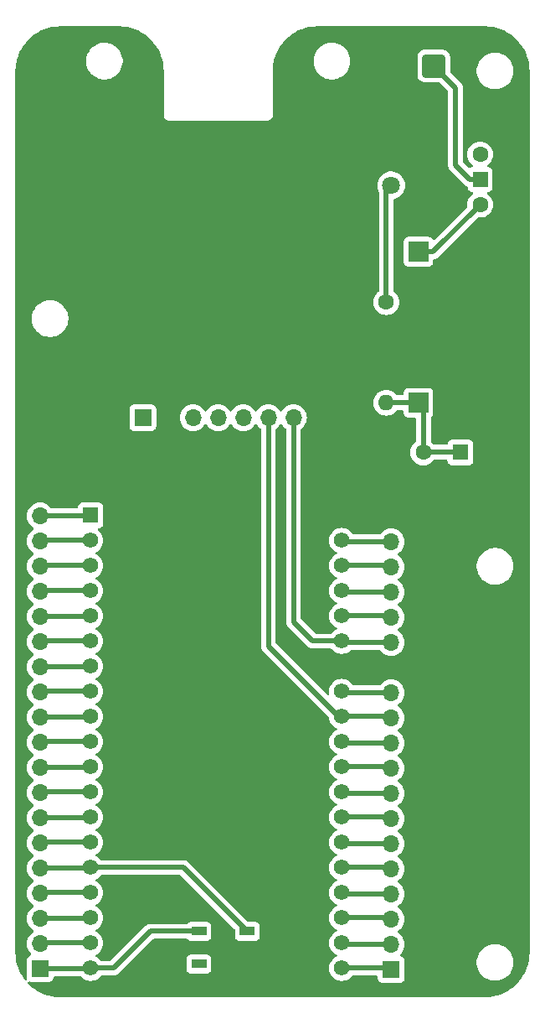
<source format=gbr>
%TF.GenerationSoftware,KiCad,Pcbnew,8.0.1*%
%TF.CreationDate,2024-04-17T14:21:35+03:00*%
%TF.ProjectId,PCB_Receiver,5043425f-5265-4636-9569-7665722e6b69,A*%
%TF.SameCoordinates,Original*%
%TF.FileFunction,Copper,L1,Top*%
%TF.FilePolarity,Positive*%
%FSLAX46Y46*%
G04 Gerber Fmt 4.6, Leading zero omitted, Abs format (unit mm)*
G04 Created by KiCad (PCBNEW 8.0.1) date 2024-04-17 14:21:35*
%MOMM*%
%LPD*%
G01*
G04 APERTURE LIST*
G04 Aperture macros list*
%AMRoundRect*
0 Rectangle with rounded corners*
0 $1 Rounding radius*
0 $2 $3 $4 $5 $6 $7 $8 $9 X,Y pos of 4 corners*
0 Add a 4 corners polygon primitive as box body*
4,1,4,$2,$3,$4,$5,$6,$7,$8,$9,$2,$3,0*
0 Add four circle primitives for the rounded corners*
1,1,$1+$1,$2,$3*
1,1,$1+$1,$4,$5*
1,1,$1+$1,$6,$7*
1,1,$1+$1,$8,$9*
0 Add four rect primitives between the rounded corners*
20,1,$1+$1,$2,$3,$4,$5,0*
20,1,$1+$1,$4,$5,$6,$7,0*
20,1,$1+$1,$6,$7,$8,$9,0*
20,1,$1+$1,$8,$9,$2,$3,0*%
G04 Aperture macros list end*
%TA.AperFunction,ComponentPad*%
%ADD10RoundRect,0.250001X0.899999X0.899999X-0.899999X0.899999X-0.899999X-0.899999X0.899999X-0.899999X0*%
%TD*%
%TA.AperFunction,ComponentPad*%
%ADD11C,2.300000*%
%TD*%
%TA.AperFunction,ComponentPad*%
%ADD12C,1.600000*%
%TD*%
%TA.AperFunction,ComponentPad*%
%ADD13O,1.600000X1.600000*%
%TD*%
%TA.AperFunction,ComponentPad*%
%ADD14R,1.800000X1.800000*%
%TD*%
%TA.AperFunction,ComponentPad*%
%ADD15C,1.800000*%
%TD*%
%TA.AperFunction,ComponentPad*%
%ADD16R,1.600000X1.600000*%
%TD*%
%TA.AperFunction,ComponentPad*%
%ADD17R,2.000000X2.000000*%
%TD*%
%TA.AperFunction,ComponentPad*%
%ADD18R,1.700000X1.700000*%
%TD*%
%TA.AperFunction,ComponentPad*%
%ADD19O,1.700000X1.700000*%
%TD*%
%TA.AperFunction,ComponentPad*%
%ADD20R,1.560000X1.560000*%
%TD*%
%TA.AperFunction,ComponentPad*%
%ADD21C,1.560000*%
%TD*%
%TA.AperFunction,ComponentPad*%
%ADD22R,1.500000X1.500000*%
%TD*%
%TA.AperFunction,SMDPad,CuDef*%
%ADD23R,1.500000X0.900000*%
%TD*%
%TA.AperFunction,ViaPad*%
%ADD24C,0.800000*%
%TD*%
%TA.AperFunction,Conductor*%
%ADD25C,0.500000*%
%TD*%
G04 APERTURE END LIST*
D10*
%TO.P,J2,1,Pin_1*%
%TO.N,Net-(J2-Pin_1)*%
X154300000Y-46000000D03*
D11*
%TO.P,J2,2,Pin_2*%
%TO.N,GND*%
X149500000Y-46000000D03*
%TD*%
D12*
%TO.P,R9,1*%
%TO.N,Net-(D4-A)*%
X149500000Y-69840000D03*
D13*
%TO.P,R9,2*%
%TO.N,+5V*%
X149500000Y-80000000D03*
%TD*%
D14*
%TO.P,D4,1,K*%
%TO.N,GND*%
X150000000Y-55500000D03*
D15*
%TO.P,D4,2,A*%
%TO.N,Net-(D4-A)*%
X150000000Y-58040000D03*
%TD*%
D12*
%TO.P,C6,1*%
%TO.N,+5V*%
X153250000Y-85000000D03*
%TO.P,C6,2*%
%TO.N,GND*%
X150750000Y-85000000D03*
%TD*%
D16*
%TO.P,C5,1*%
%TO.N,+5V*%
X157000000Y-85000000D03*
D12*
%TO.P,C5,2*%
%TO.N,GND*%
X159500000Y-85000000D03*
%TD*%
D17*
%TO.P,U5,1,Vin*%
%TO.N,Net-(SW2-A)*%
X152750000Y-64750000D03*
%TO.P,U5,2,GND*%
%TO.N,GND*%
X162000000Y-64750000D03*
%TO.P,U5,3,Vout*%
%TO.N,+5V*%
X152750000Y-80000000D03*
%TO.P,U5,4,GND*%
%TO.N,GND*%
X162000000Y-80000000D03*
%TD*%
D18*
%TO.P,J6,1,Pin_1*%
%TO.N,/CLK*%
X150000000Y-137220000D03*
D19*
%TO.P,J6,2,Pin_2*%
%TO.N,/SD0*%
X150000000Y-134680000D03*
%TO.P,J6,3,Pin_3*%
%TO.N,/SD1*%
X150000000Y-132140000D03*
%TO.P,J6,4,Pin_4*%
%TO.N,/IO15*%
X150000000Y-129600000D03*
%TO.P,J6,5,Pin_5*%
%TO.N,/IO2*%
X150000000Y-127060000D03*
%TO.P,J6,6,Pin_6*%
%TO.N,/IO0*%
X150000000Y-124520000D03*
%TO.P,J6,7,Pin_7*%
%TO.N,/IO4*%
X150000000Y-121980000D03*
%TO.P,J6,8,Pin_8*%
%TO.N,/IO16*%
X150000000Y-119440000D03*
%TO.P,J6,9,Pin_9*%
%TO.N,/IO17*%
X150000000Y-116900000D03*
%TO.P,J6,10,Pin_10*%
%TO.N,/CS*%
X150000000Y-114360000D03*
%TO.P,J6,11,Pin_11*%
%TO.N,/SCK*%
X150000000Y-111820000D03*
%TO.P,J6,12,Pin_12*%
%TO.N,/SO*%
X150000000Y-109280000D03*
%TO.P,J6,13,Pin_13*%
%TO.N,GND*%
X150000000Y-106740000D03*
%TO.P,J6,14,Pin_14*%
%TO.N,/INT*%
X150000000Y-104200000D03*
%TO.P,J6,15,Pin_15*%
%TO.N,/RXD0*%
X150000000Y-101660000D03*
%TO.P,J6,16,Pin_16*%
%TO.N,/TXD0*%
X150000000Y-99120000D03*
%TO.P,J6,17,Pin_17*%
%TO.N,/IO22*%
X150000000Y-96580000D03*
%TO.P,J6,18,Pin_18*%
%TO.N,/SI*%
X150000000Y-94040000D03*
%TO.P,J6,19,Pin_19*%
%TO.N,GND*%
X150000000Y-91500000D03*
%TD*%
D20*
%TO.P,U4,J2-1,3V3*%
%TO.N,+3V3*%
X119600000Y-91360000D03*
D21*
%TO.P,U4,J2-2,EN*%
%TO.N,/EN*%
X119600000Y-93900000D03*
%TO.P,U4,J2-3,SENSOR_VP*%
%TO.N,/NTC_3*%
X119600000Y-96440000D03*
%TO.P,U4,J2-4,SENSOR_VN*%
%TO.N,/NTC_2*%
X119600000Y-98980000D03*
%TO.P,U4,J2-5,IO34*%
%TO.N,/NTC_1*%
X119600000Y-101520000D03*
%TO.P,U4,J2-6,IO35*%
%TO.N,/NTC_0*%
X119600000Y-104060000D03*
%TO.P,U4,J2-7,IO32*%
%TO.N,/VBat*%
X119600000Y-106600000D03*
%TO.P,U4,J2-8,IO33*%
%TO.N,/NTC_INT*%
X119600000Y-109140000D03*
%TO.P,U4,J2-9,IO25*%
%TO.N,/IO25*%
X119600000Y-111680000D03*
%TO.P,U4,J2-10,IO26*%
%TO.N,/IO26*%
X119600000Y-114220000D03*
%TO.P,U4,J2-11,IO27*%
%TO.N,/IO27*%
X119600000Y-116760000D03*
%TO.P,U4,J2-12,IO14*%
%TO.N,/IO14*%
X119600000Y-119300000D03*
%TO.P,U4,J2-13,IO12*%
%TO.N,/IO12*%
X119600000Y-121840000D03*
%TO.P,U4,J2-14,GND1*%
%TO.N,/GND1*%
X119600000Y-124380000D03*
%TO.P,U4,J2-15,IO13*%
%TO.N,/WS_LED*%
X119600000Y-126920000D03*
%TO.P,U4,J2-16,SD2*%
%TO.N,/SD2*%
X119600000Y-129460000D03*
%TO.P,U4,J2-17,SD3*%
%TO.N,/SD3*%
X119600000Y-132000000D03*
%TO.P,U4,J2-18,CMD*%
%TO.N,/CMD*%
X119600000Y-134540000D03*
%TO.P,U4,J2-19,EXT_5V*%
%TO.N,+5V*%
X119600000Y-137080000D03*
%TO.P,U4,J3-1,GND3*%
%TO.N,GND*%
X145000000Y-91360000D03*
%TO.P,U4,J3-2,IO23*%
%TO.N,/SI*%
X145000000Y-93900000D03*
%TO.P,U4,J3-3,IO22*%
%TO.N,/IO22*%
X145000000Y-96440000D03*
%TO.P,U4,J3-4,TXD0*%
%TO.N,/TXD0*%
X145000000Y-98980000D03*
%TO.P,U4,J3-5,RXD0*%
%TO.N,/RXD0*%
X145000000Y-101520000D03*
%TO.P,U4,J3-6,IO21*%
%TO.N,/INT*%
X145000000Y-104060000D03*
%TO.P,U4,J3-7,GND2*%
%TO.N,GND*%
X145000000Y-106600000D03*
%TO.P,U4,J3-8,IO19*%
%TO.N,/SO*%
X145000000Y-109140000D03*
%TO.P,U4,J3-9,IO18*%
%TO.N,/SCK*%
X145000000Y-111680000D03*
%TO.P,U4,J3-10,IO5*%
%TO.N,/CS*%
X145000000Y-114220000D03*
%TO.P,U4,J3-11,IO17*%
%TO.N,/IO17*%
X145000000Y-116760000D03*
%TO.P,U4,J3-12,IO16*%
%TO.N,/IO16*%
X145000000Y-119300000D03*
%TO.P,U4,J3-13,IO4*%
%TO.N,/IO4*%
X145000000Y-121840000D03*
%TO.P,U4,J3-14,IO0*%
%TO.N,/IO0*%
X145000000Y-124380000D03*
%TO.P,U4,J3-15,IO2*%
%TO.N,/IO2*%
X145000000Y-126920000D03*
%TO.P,U4,J3-16,IO15*%
%TO.N,/IO15*%
X145000000Y-129460000D03*
%TO.P,U4,J3-17,SD1*%
%TO.N,/SD1*%
X145000000Y-132000000D03*
%TO.P,U4,J3-18,SD0*%
%TO.N,/SD0*%
X145000000Y-134540000D03*
%TO.P,U4,J3-19,CLK*%
%TO.N,/CLK*%
X145000000Y-137080000D03*
%TD*%
D22*
%TO.P,SW2,1,B*%
%TO.N,Net-(J2-Pin_1)*%
X159000000Y-57460000D03*
D12*
%TO.P,SW2,2,C*%
%TO.N,unconnected-(SW2-C-Pad2)*%
X159000000Y-54920000D03*
%TO.P,SW2,3,A*%
%TO.N,Net-(SW2-A)*%
X159000000Y-60000000D03*
%TD*%
D18*
%TO.P,J1,1,Pin_1*%
%TO.N,+5V*%
X124880000Y-81500000D03*
D19*
%TO.P,J1,2,Pin_2*%
%TO.N,GND*%
X127420000Y-81500000D03*
%TO.P,J1,3,Pin_3*%
%TO.N,/CS*%
X129960000Y-81500000D03*
%TO.P,J1,4,Pin_4*%
%TO.N,/SO*%
X132500000Y-81500000D03*
%TO.P,J1,5,Pin_5*%
%TO.N,/SI*%
X135040000Y-81500000D03*
%TO.P,J1,6,Pin_6*%
%TO.N,/SCK*%
X137580000Y-81500000D03*
%TO.P,J1,7,Pin_7*%
%TO.N,/INT*%
X140120000Y-81500000D03*
%TD*%
D18*
%TO.P,J8,1,Pin_1*%
%TO.N,+5V*%
X114500000Y-137140000D03*
D19*
%TO.P,J8,2,Pin_2*%
%TO.N,/CMD*%
X114500000Y-134600000D03*
%TO.P,J8,3,Pin_3*%
%TO.N,/SD3*%
X114500000Y-132060000D03*
%TO.P,J8,4,Pin_4*%
%TO.N,/SD2*%
X114500000Y-129520000D03*
%TO.P,J8,5,Pin_5*%
%TO.N,/WS_LED*%
X114500000Y-126980000D03*
%TO.P,J8,6,Pin_6*%
%TO.N,/GND1*%
X114500000Y-124440000D03*
%TO.P,J8,7,Pin_7*%
%TO.N,/IO12*%
X114500000Y-121900000D03*
%TO.P,J8,8,Pin_8*%
%TO.N,/IO14*%
X114500000Y-119360000D03*
%TO.P,J8,9,Pin_9*%
%TO.N,/IO27*%
X114500000Y-116820000D03*
%TO.P,J8,10,Pin_10*%
%TO.N,/IO26*%
X114500000Y-114280000D03*
%TO.P,J8,11,Pin_11*%
%TO.N,/IO25*%
X114500000Y-111740000D03*
%TO.P,J8,12,Pin_12*%
%TO.N,/NTC_INT*%
X114500000Y-109200000D03*
%TO.P,J8,13,Pin_13*%
%TO.N,/VBat*%
X114500000Y-106660000D03*
%TO.P,J8,14,Pin_14*%
%TO.N,/NTC_0*%
X114500000Y-104120000D03*
%TO.P,J8,15,Pin_15*%
%TO.N,/NTC_1*%
X114500000Y-101580000D03*
%TO.P,J8,16,Pin_16*%
%TO.N,/NTC_2*%
X114500000Y-99040000D03*
%TO.P,J8,17,Pin_17*%
%TO.N,/NTC_3*%
X114500000Y-96500000D03*
%TO.P,J8,18,Pin_18*%
%TO.N,/EN*%
X114500000Y-93960000D03*
%TO.P,J8,19,Pin_19*%
%TO.N,+3V3*%
X114500000Y-91420000D03*
%TD*%
D23*
%TO.P,D3,1,VDD*%
%TO.N,+5V*%
X130550000Y-133350000D03*
%TO.P,D3,2,DOUT*%
%TO.N,unconnected-(D3-DOUT-Pad2)*%
X130550000Y-136650000D03*
%TO.P,D3,3,VSS*%
%TO.N,GND*%
X135450000Y-136650000D03*
%TO.P,D3,4,DIN*%
%TO.N,/WS_LED*%
X135450000Y-133350000D03*
%TD*%
D24*
%TO.N,GND*%
X133250000Y-136750000D03*
X155750000Y-69000000D03*
X155000000Y-75000000D03*
X121500000Y-87500000D03*
X134750000Y-97750000D03*
X142250000Y-97750000D03*
X137750000Y-111000000D03*
X128000000Y-111000000D03*
%TD*%
D25*
%TO.N,Net-(D4-A)*%
X149500000Y-58540000D02*
X150000000Y-58040000D01*
X149500000Y-69840000D02*
X149500000Y-58540000D01*
%TO.N,Net-(J2-Pin_1)*%
X156500000Y-48200000D02*
X154300000Y-46000000D01*
X156500000Y-56000000D02*
X156500000Y-48200000D01*
X157960000Y-57460000D02*
X156500000Y-56000000D01*
X159000000Y-57460000D02*
X157960000Y-57460000D01*
%TO.N,Net-(SW2-A)*%
X152750000Y-64750000D02*
X154250000Y-64750000D01*
X154250000Y-64750000D02*
X159000000Y-60000000D01*
%TO.N,+5V*%
X157000000Y-85000000D02*
X153250000Y-85000000D01*
X149500000Y-80000000D02*
X152750000Y-80000000D01*
X153250000Y-80500000D02*
X152750000Y-80000000D01*
X153250000Y-85000000D02*
X153250000Y-80500000D01*
%TO.N,/SCK*%
X144680000Y-111680000D02*
X145000000Y-111680000D01*
X137580000Y-104580000D02*
X144680000Y-111680000D01*
X137580000Y-81500000D02*
X137580000Y-104580000D01*
%TO.N,/INT*%
X142060000Y-104060000D02*
X140120000Y-102120000D01*
X145000000Y-104060000D02*
X142060000Y-104060000D01*
X140120000Y-102120000D02*
X140120000Y-81500000D01*
%TO.N,/WS_LED*%
X129020000Y-126920000D02*
X119600000Y-126920000D01*
X135450000Y-133350000D02*
X129020000Y-126920000D01*
%TO.N,GND*%
X149860000Y-91360000D02*
X150000000Y-91500000D01*
X145000000Y-91360000D02*
X149860000Y-91360000D01*
%TO.N,/SI*%
X145140000Y-94040000D02*
X145000000Y-93900000D01*
X150000000Y-94040000D02*
X145140000Y-94040000D01*
%TO.N,/IO22*%
X149860000Y-96440000D02*
X150000000Y-96580000D01*
X145000000Y-96440000D02*
X149860000Y-96440000D01*
%TO.N,/TXD0*%
X145140000Y-99120000D02*
X145000000Y-98980000D01*
X150000000Y-99120000D02*
X145140000Y-99120000D01*
%TO.N,/RXD0*%
X145000000Y-101520000D02*
X149860000Y-101520000D01*
X149860000Y-101520000D02*
X150000000Y-101660000D01*
%TO.N,/INT*%
X145140000Y-104200000D02*
X145000000Y-104060000D01*
X150000000Y-104200000D02*
X145140000Y-104200000D01*
%TO.N,GND*%
X149860000Y-106600000D02*
X150000000Y-106740000D01*
X145000000Y-106600000D02*
X149860000Y-106600000D01*
%TO.N,/SO*%
X145140000Y-109280000D02*
X145000000Y-109140000D01*
X150000000Y-109280000D02*
X145140000Y-109280000D01*
%TO.N,/SCK*%
X145000000Y-111680000D02*
X149860000Y-111680000D01*
X149860000Y-111680000D02*
X150000000Y-111820000D01*
%TO.N,/CS*%
X145140000Y-114360000D02*
X145000000Y-114220000D01*
X150000000Y-114360000D02*
X145140000Y-114360000D01*
%TO.N,/IO17*%
X149860000Y-116760000D02*
X150000000Y-116900000D01*
X145000000Y-116760000D02*
X149860000Y-116760000D01*
%TO.N,/IO16*%
X145140000Y-119440000D02*
X145000000Y-119300000D01*
X150000000Y-119440000D02*
X145140000Y-119440000D01*
%TO.N,/IO4*%
X149860000Y-121840000D02*
X150000000Y-121980000D01*
X145000000Y-121840000D02*
X149860000Y-121840000D01*
%TO.N,/IO0*%
X145140000Y-124520000D02*
X145000000Y-124380000D01*
X150000000Y-124520000D02*
X145140000Y-124520000D01*
%TO.N,/IO2*%
X149860000Y-126920000D02*
X150000000Y-127060000D01*
X145000000Y-126920000D02*
X149860000Y-126920000D01*
%TO.N,/IO15*%
X145140000Y-129600000D02*
X145000000Y-129460000D01*
X150000000Y-129600000D02*
X145140000Y-129600000D01*
%TO.N,/SD1*%
X149860000Y-132000000D02*
X150000000Y-132140000D01*
X145000000Y-132000000D02*
X149860000Y-132000000D01*
%TO.N,/SD0*%
X150000000Y-134680000D02*
X145140000Y-134680000D01*
X145140000Y-134680000D02*
X145000000Y-134540000D01*
%TO.N,/CLK*%
X149860000Y-137080000D02*
X150000000Y-137220000D01*
X145000000Y-137080000D02*
X149860000Y-137080000D01*
%TO.N,+5V*%
X125650000Y-133350000D02*
X130550000Y-133350000D01*
X121920000Y-137080000D02*
X125650000Y-133350000D01*
X119600000Y-137080000D02*
X121920000Y-137080000D01*
X119540000Y-137140000D02*
X119600000Y-137080000D01*
X114500000Y-137140000D02*
X119540000Y-137140000D01*
%TO.N,/CMD*%
X114560000Y-134540000D02*
X114500000Y-134600000D01*
X119600000Y-134540000D02*
X114560000Y-134540000D01*
%TO.N,/SD3*%
X119540000Y-132060000D02*
X119600000Y-132000000D01*
X114500000Y-132060000D02*
X119540000Y-132060000D01*
%TO.N,/SD2*%
X114560000Y-129460000D02*
X114500000Y-129520000D01*
X119600000Y-129460000D02*
X114560000Y-129460000D01*
%TO.N,/WS_LED*%
X119540000Y-126980000D02*
X119600000Y-126920000D01*
X114500000Y-126980000D02*
X119540000Y-126980000D01*
%TO.N,/GND1*%
X114560000Y-124380000D02*
X114500000Y-124440000D01*
X119600000Y-124380000D02*
X114560000Y-124380000D01*
%TO.N,/IO12*%
X119540000Y-121900000D02*
X119600000Y-121840000D01*
X114500000Y-121900000D02*
X119540000Y-121900000D01*
%TO.N,/IO14*%
X114560000Y-119300000D02*
X114500000Y-119360000D01*
X119600000Y-119300000D02*
X114560000Y-119300000D01*
%TO.N,/IO27*%
X119540000Y-116820000D02*
X119600000Y-116760000D01*
X114500000Y-116820000D02*
X119540000Y-116820000D01*
%TO.N,/IO26*%
X119600000Y-114220000D02*
X114560000Y-114220000D01*
X114560000Y-114220000D02*
X114500000Y-114280000D01*
%TO.N,/IO25*%
X119540000Y-111740000D02*
X119600000Y-111680000D01*
X114500000Y-111740000D02*
X119540000Y-111740000D01*
%TO.N,/NTC_INT*%
X114560000Y-109140000D02*
X114500000Y-109200000D01*
X119600000Y-109140000D02*
X114560000Y-109140000D01*
%TO.N,/VBat*%
X119540000Y-106660000D02*
X119600000Y-106600000D01*
X114500000Y-106660000D02*
X119540000Y-106660000D01*
%TO.N,/NTC_0*%
X114560000Y-104060000D02*
X114500000Y-104120000D01*
X119600000Y-104060000D02*
X114560000Y-104060000D01*
%TO.N,/NTC_1*%
X119540000Y-101580000D02*
X119600000Y-101520000D01*
X114500000Y-101580000D02*
X119540000Y-101580000D01*
%TO.N,/NTC_2*%
X119600000Y-98980000D02*
X114560000Y-98980000D01*
X114560000Y-98980000D02*
X114500000Y-99040000D01*
%TO.N,/NTC_3*%
X115060000Y-96440000D02*
X119600000Y-96440000D01*
X115000000Y-96500000D02*
X115060000Y-96440000D01*
X114500000Y-96500000D02*
X115000000Y-96500000D01*
%TO.N,/EN*%
X114560000Y-93900000D02*
X114500000Y-93960000D01*
X119600000Y-93900000D02*
X114560000Y-93900000D01*
%TO.N,+3V3*%
X119540000Y-91420000D02*
X119600000Y-91360000D01*
X114500000Y-91420000D02*
X119540000Y-91420000D01*
%TD*%
%TA.AperFunction,Conductor*%
%TO.N,GND*%
G36*
X122502702Y-42000617D02*
G01*
X122886771Y-42017386D01*
X122897506Y-42018326D01*
X123275971Y-42068152D01*
X123286597Y-42070025D01*
X123659284Y-42152648D01*
X123669710Y-42155442D01*
X124033765Y-42270227D01*
X124043911Y-42273920D01*
X124396578Y-42420000D01*
X124406369Y-42424566D01*
X124744942Y-42600816D01*
X124754310Y-42606224D01*
X125076244Y-42811318D01*
X125085105Y-42817523D01*
X125387930Y-43049889D01*
X125396217Y-43056843D01*
X125677635Y-43314715D01*
X125685284Y-43322364D01*
X125943156Y-43603782D01*
X125950110Y-43612069D01*
X126182476Y-43914894D01*
X126188681Y-43923755D01*
X126393775Y-44245689D01*
X126399183Y-44255057D01*
X126575430Y-44593623D01*
X126580002Y-44603427D01*
X126726075Y-44956078D01*
X126729775Y-44966244D01*
X126844554Y-45330278D01*
X126847354Y-45340727D01*
X126929971Y-45713389D01*
X126931849Y-45724042D01*
X126981671Y-46102473D01*
X126982614Y-46113249D01*
X126999382Y-46497297D01*
X126999500Y-46502706D01*
X126999500Y-51065891D01*
X127033608Y-51193187D01*
X127066554Y-51250250D01*
X127099500Y-51307314D01*
X127192686Y-51400500D01*
X127306814Y-51466392D01*
X127434108Y-51500500D01*
X127434110Y-51500500D01*
X137565890Y-51500500D01*
X137565892Y-51500500D01*
X137693186Y-51466392D01*
X137807314Y-51400500D01*
X137900500Y-51307314D01*
X137966392Y-51193186D01*
X138000500Y-51065892D01*
X138000500Y-46502706D01*
X138000618Y-46497297D01*
X138003377Y-46434108D01*
X138017386Y-46113226D01*
X138018326Y-46102495D01*
X138068152Y-45724025D01*
X138070025Y-45713405D01*
X138090447Y-45621288D01*
X142149500Y-45621288D01*
X142181161Y-45861785D01*
X142243947Y-46096104D01*
X142261390Y-46138214D01*
X142336776Y-46320212D01*
X142458064Y-46530289D01*
X142458066Y-46530292D01*
X142458067Y-46530293D01*
X142605733Y-46722736D01*
X142605739Y-46722743D01*
X142777256Y-46894260D01*
X142777262Y-46894265D01*
X142969711Y-47041936D01*
X143179788Y-47163224D01*
X143403900Y-47256054D01*
X143638211Y-47318838D01*
X143818586Y-47342584D01*
X143878711Y-47350500D01*
X143878712Y-47350500D01*
X144121289Y-47350500D01*
X144169388Y-47344167D01*
X144361789Y-47318838D01*
X144596100Y-47256054D01*
X144820212Y-47163224D01*
X145030289Y-47041936D01*
X145222738Y-46894265D01*
X145394265Y-46722738D01*
X145541936Y-46530289D01*
X145663224Y-46320212D01*
X145756054Y-46096100D01*
X145818838Y-45861789D01*
X145850500Y-45621288D01*
X145850500Y-45378712D01*
X145818838Y-45138211D01*
X145756054Y-44903900D01*
X145663224Y-44679788D01*
X145541936Y-44469711D01*
X145394265Y-44277262D01*
X145394260Y-44277256D01*
X145222743Y-44105739D01*
X145222736Y-44105733D01*
X145030293Y-43958067D01*
X145030292Y-43958066D01*
X145030289Y-43958064D01*
X144820212Y-43836776D01*
X144820205Y-43836773D01*
X144596104Y-43743947D01*
X144478944Y-43712554D01*
X144361789Y-43681162D01*
X144361788Y-43681161D01*
X144361785Y-43681161D01*
X144121289Y-43649500D01*
X144121288Y-43649500D01*
X143878712Y-43649500D01*
X143878711Y-43649500D01*
X143638214Y-43681161D01*
X143403895Y-43743947D01*
X143179794Y-43836773D01*
X143179785Y-43836777D01*
X142969706Y-43958067D01*
X142777263Y-44105733D01*
X142777256Y-44105739D01*
X142605739Y-44277256D01*
X142605733Y-44277263D01*
X142458067Y-44469706D01*
X142336777Y-44679785D01*
X142336773Y-44679794D01*
X142243947Y-44903895D01*
X142181161Y-45138214D01*
X142149500Y-45378711D01*
X142149500Y-45621288D01*
X138090447Y-45621288D01*
X138152649Y-45340709D01*
X138155440Y-45330295D01*
X138270230Y-44966227D01*
X138273917Y-44956095D01*
X138420003Y-44603412D01*
X138424561Y-44593638D01*
X138600822Y-44255045D01*
X138606217Y-44245700D01*
X138811325Y-43923744D01*
X138817515Y-43914905D01*
X139049896Y-43612060D01*
X139056834Y-43603791D01*
X139314726Y-43322352D01*
X139322352Y-43314726D01*
X139603791Y-43056834D01*
X139612060Y-43049896D01*
X139914905Y-42817515D01*
X139923744Y-42811325D01*
X140245700Y-42606217D01*
X140255045Y-42600822D01*
X140593638Y-42424561D01*
X140603412Y-42420003D01*
X140956095Y-42273917D01*
X140966227Y-42270230D01*
X141330295Y-42155440D01*
X141340709Y-42152649D01*
X141713405Y-42070025D01*
X141724025Y-42068152D01*
X142102495Y-42018326D01*
X142113226Y-42017386D01*
X142497297Y-42000617D01*
X142502706Y-42000500D01*
X142565892Y-42000500D01*
X159434108Y-42000500D01*
X159497294Y-42000500D01*
X159502702Y-42000617D01*
X159886771Y-42017386D01*
X159897506Y-42018326D01*
X160275971Y-42068152D01*
X160286597Y-42070025D01*
X160659284Y-42152648D01*
X160669710Y-42155442D01*
X161033765Y-42270227D01*
X161043911Y-42273920D01*
X161396578Y-42420000D01*
X161406369Y-42424566D01*
X161744942Y-42600816D01*
X161754310Y-42606224D01*
X162076244Y-42811318D01*
X162085105Y-42817523D01*
X162387930Y-43049889D01*
X162396217Y-43056843D01*
X162677635Y-43314715D01*
X162685284Y-43322364D01*
X162943156Y-43603782D01*
X162950110Y-43612069D01*
X163182476Y-43914894D01*
X163188681Y-43923755D01*
X163393775Y-44245689D01*
X163399183Y-44255057D01*
X163575430Y-44593623D01*
X163580002Y-44603427D01*
X163726075Y-44956078D01*
X163729775Y-44966244D01*
X163844554Y-45330278D01*
X163847354Y-45340727D01*
X163929971Y-45713389D01*
X163931849Y-45724042D01*
X163981671Y-46102473D01*
X163982614Y-46113249D01*
X163999382Y-46497297D01*
X163999500Y-46502706D01*
X163999500Y-135497293D01*
X163999382Y-135502702D01*
X163982614Y-135886750D01*
X163981671Y-135897526D01*
X163931849Y-136275957D01*
X163929971Y-136286610D01*
X163847354Y-136659272D01*
X163844554Y-136669721D01*
X163729775Y-137033755D01*
X163726075Y-137043921D01*
X163580002Y-137396572D01*
X163575430Y-137406376D01*
X163399183Y-137744942D01*
X163393775Y-137754310D01*
X163188681Y-138076244D01*
X163182476Y-138085105D01*
X162950110Y-138387930D01*
X162943156Y-138396217D01*
X162685284Y-138677635D01*
X162677635Y-138685284D01*
X162396217Y-138943156D01*
X162387930Y-138950110D01*
X162085105Y-139182476D01*
X162076244Y-139188681D01*
X161754310Y-139393775D01*
X161744942Y-139399183D01*
X161406376Y-139575430D01*
X161396572Y-139580002D01*
X161043921Y-139726075D01*
X161033755Y-139729775D01*
X160669721Y-139844554D01*
X160659272Y-139847354D01*
X160286610Y-139929971D01*
X160275957Y-139931849D01*
X159897526Y-139981671D01*
X159886750Y-139982614D01*
X159502703Y-139999382D01*
X159497294Y-139999500D01*
X116502706Y-139999500D01*
X116497297Y-139999382D01*
X116113249Y-139982614D01*
X116102473Y-139981671D01*
X115724042Y-139931849D01*
X115713389Y-139929971D01*
X115340727Y-139847354D01*
X115330278Y-139844554D01*
X114966244Y-139729775D01*
X114956078Y-139726075D01*
X114603427Y-139580002D01*
X114593623Y-139575430D01*
X114255057Y-139399183D01*
X114245689Y-139393775D01*
X113923755Y-139188681D01*
X113914894Y-139182476D01*
X113612069Y-138950110D01*
X113603782Y-138943156D01*
X113322364Y-138685284D01*
X113314725Y-138677646D01*
X113275326Y-138634650D01*
X113244549Y-138571925D01*
X113252569Y-138502517D01*
X113296841Y-138448463D01*
X113363308Y-138426926D01*
X113410081Y-138434695D01*
X113542517Y-138484091D01*
X113542516Y-138484091D01*
X113549444Y-138484835D01*
X113602127Y-138490500D01*
X115397872Y-138490499D01*
X115457483Y-138484091D01*
X115592331Y-138433796D01*
X115707546Y-138347546D01*
X115793796Y-138232331D01*
X115844091Y-138097483D01*
X115850500Y-138037873D01*
X115850500Y-138014500D01*
X115870185Y-137947461D01*
X115922989Y-137901706D01*
X115974500Y-137890500D01*
X118548237Y-137890500D01*
X118615276Y-137910185D01*
X118635918Y-137926818D01*
X118773767Y-138064667D01*
X118773770Y-138064669D01*
X118773771Y-138064670D01*
X118957299Y-138193178D01*
X118957301Y-138193179D01*
X118957304Y-138193181D01*
X119160370Y-138287872D01*
X119376794Y-138345863D01*
X119536226Y-138359811D01*
X119599998Y-138365391D01*
X119600000Y-138365391D01*
X119600002Y-138365391D01*
X119655801Y-138360509D01*
X119823206Y-138345863D01*
X120039630Y-138287872D01*
X120242696Y-138193181D01*
X120426233Y-138064667D01*
X120584667Y-137906233D01*
X120600672Y-137883374D01*
X120655250Y-137839751D01*
X120702246Y-137830500D01*
X121993920Y-137830500D01*
X122091462Y-137811096D01*
X122138913Y-137801658D01*
X122275495Y-137745084D01*
X122345339Y-137698416D01*
X122398416Y-137662952D01*
X122913498Y-137147870D01*
X129299500Y-137147870D01*
X129299501Y-137147876D01*
X129305908Y-137207483D01*
X129356202Y-137342328D01*
X129356206Y-137342335D01*
X129442452Y-137457544D01*
X129442455Y-137457547D01*
X129557664Y-137543793D01*
X129557671Y-137543797D01*
X129692517Y-137594091D01*
X129692516Y-137594091D01*
X129699444Y-137594835D01*
X129752127Y-137600500D01*
X131347872Y-137600499D01*
X131407483Y-137594091D01*
X131542331Y-137543796D01*
X131657546Y-137457546D01*
X131743796Y-137342331D01*
X131794091Y-137207483D01*
X131800500Y-137147873D01*
X131800499Y-136152128D01*
X131794091Y-136092517D01*
X131764229Y-136012454D01*
X131743797Y-135957671D01*
X131743793Y-135957664D01*
X131657547Y-135842455D01*
X131657544Y-135842452D01*
X131542335Y-135756206D01*
X131542328Y-135756202D01*
X131407482Y-135705908D01*
X131407483Y-135705908D01*
X131347883Y-135699501D01*
X131347881Y-135699500D01*
X131347873Y-135699500D01*
X131347864Y-135699500D01*
X129752129Y-135699500D01*
X129752123Y-135699501D01*
X129692516Y-135705908D01*
X129557671Y-135756202D01*
X129557664Y-135756206D01*
X129442455Y-135842452D01*
X129442452Y-135842455D01*
X129356206Y-135957664D01*
X129356202Y-135957671D01*
X129305908Y-136092517D01*
X129299501Y-136152116D01*
X129299501Y-136152123D01*
X129299500Y-136152135D01*
X129299500Y-137147870D01*
X122913498Y-137147870D01*
X125924548Y-134136818D01*
X125985871Y-134103334D01*
X126012229Y-134100500D01*
X129337680Y-134100500D01*
X129404719Y-134120185D01*
X129436948Y-134150191D01*
X129442454Y-134157546D01*
X129442457Y-134157548D01*
X129557664Y-134243793D01*
X129557671Y-134243797D01*
X129692517Y-134294091D01*
X129692516Y-134294091D01*
X129699444Y-134294835D01*
X129752127Y-134300500D01*
X131347872Y-134300499D01*
X131407483Y-134294091D01*
X131542331Y-134243796D01*
X131657546Y-134157546D01*
X131743796Y-134042331D01*
X131794091Y-133907483D01*
X131800500Y-133847873D01*
X131800499Y-132852128D01*
X131794091Y-132792517D01*
X131753958Y-132684916D01*
X131743796Y-132657669D01*
X131743793Y-132657664D01*
X131657547Y-132542455D01*
X131657544Y-132542452D01*
X131542335Y-132456206D01*
X131542328Y-132456202D01*
X131407482Y-132405908D01*
X131407483Y-132405908D01*
X131347883Y-132399501D01*
X131347881Y-132399500D01*
X131347873Y-132399500D01*
X131347864Y-132399500D01*
X129752129Y-132399500D01*
X129752123Y-132399501D01*
X129692516Y-132405908D01*
X129557671Y-132456202D01*
X129557664Y-132456206D01*
X129442457Y-132542451D01*
X129442451Y-132542457D01*
X129436948Y-132549809D01*
X129381015Y-132591681D01*
X129337680Y-132599500D01*
X125576082Y-132599500D01*
X125555154Y-132603663D01*
X125555153Y-132603663D01*
X125431095Y-132628339D01*
X125431087Y-132628341D01*
X125360285Y-132657669D01*
X125294506Y-132684915D01*
X125275248Y-132697781D01*
X125275249Y-132697782D01*
X125171582Y-132767049D01*
X125171579Y-132767052D01*
X121645451Y-136293181D01*
X121584128Y-136326666D01*
X121557770Y-136329500D01*
X120702246Y-136329500D01*
X120635207Y-136309815D01*
X120600672Y-136276625D01*
X120584667Y-136253767D01*
X120426233Y-136095333D01*
X120426231Y-136095332D01*
X120426228Y-136095329D01*
X120242700Y-135966821D01*
X120242692Y-135966817D01*
X120169000Y-135932454D01*
X120147399Y-135922381D01*
X120094960Y-135876210D01*
X120075808Y-135809017D01*
X120096023Y-135742135D01*
X120147400Y-135697618D01*
X120164052Y-135689853D01*
X120242696Y-135653181D01*
X120426233Y-135524667D01*
X120584667Y-135366233D01*
X120713181Y-135182696D01*
X120807872Y-134979630D01*
X120865863Y-134763206D01*
X120885391Y-134540000D01*
X120865863Y-134316794D01*
X120807872Y-134100370D01*
X120713181Y-133897305D01*
X120600672Y-133736624D01*
X120584668Y-133713768D01*
X120512401Y-133641501D01*
X120426233Y-133555333D01*
X120426229Y-133555330D01*
X120426228Y-133555329D01*
X120242700Y-133426821D01*
X120242692Y-133426817D01*
X120147400Y-133382382D01*
X120094960Y-133336210D01*
X120075808Y-133269017D01*
X120096023Y-133202135D01*
X120147400Y-133157618D01*
X120242696Y-133113181D01*
X120426233Y-132984667D01*
X120584667Y-132826233D01*
X120713181Y-132642696D01*
X120807872Y-132439630D01*
X120865863Y-132223206D01*
X120885391Y-132000000D01*
X120865863Y-131776794D01*
X120807872Y-131560370D01*
X120713181Y-131357305D01*
X120600672Y-131196625D01*
X120584668Y-131173768D01*
X120512401Y-131101501D01*
X120426233Y-131015333D01*
X120426229Y-131015330D01*
X120426228Y-131015329D01*
X120242700Y-130886821D01*
X120242692Y-130886817D01*
X120147400Y-130842382D01*
X120094960Y-130796210D01*
X120075808Y-130729017D01*
X120096023Y-130662135D01*
X120147400Y-130617618D01*
X120242696Y-130573181D01*
X120426233Y-130444667D01*
X120584667Y-130286233D01*
X120713181Y-130102696D01*
X120807872Y-129899630D01*
X120865863Y-129683206D01*
X120885391Y-129460000D01*
X120865863Y-129236794D01*
X120807872Y-129020370D01*
X120713181Y-128817305D01*
X120600672Y-128656624D01*
X120584668Y-128633768D01*
X120512401Y-128561501D01*
X120426233Y-128475333D01*
X120426229Y-128475330D01*
X120426228Y-128475329D01*
X120242700Y-128346821D01*
X120242692Y-128346817D01*
X120147400Y-128302382D01*
X120094960Y-128256210D01*
X120075808Y-128189017D01*
X120096023Y-128122135D01*
X120147400Y-128077618D01*
X120242696Y-128033181D01*
X120426233Y-127904667D01*
X120584667Y-127746233D01*
X120600672Y-127723374D01*
X120655250Y-127679751D01*
X120702246Y-127670500D01*
X128657770Y-127670500D01*
X128724809Y-127690185D01*
X128745451Y-127706819D01*
X134163181Y-133124548D01*
X134196666Y-133185871D01*
X134199500Y-133212229D01*
X134199500Y-133847870D01*
X134199501Y-133847876D01*
X134205908Y-133907483D01*
X134256202Y-134042328D01*
X134256206Y-134042335D01*
X134342452Y-134157544D01*
X134342455Y-134157547D01*
X134457664Y-134243793D01*
X134457671Y-134243797D01*
X134592517Y-134294091D01*
X134592516Y-134294091D01*
X134599444Y-134294835D01*
X134652127Y-134300500D01*
X136247872Y-134300499D01*
X136307483Y-134294091D01*
X136442331Y-134243796D01*
X136557546Y-134157546D01*
X136643796Y-134042331D01*
X136694091Y-133907483D01*
X136700500Y-133847873D01*
X136700499Y-132852128D01*
X136694091Y-132792517D01*
X136653958Y-132684916D01*
X136643796Y-132657669D01*
X136643793Y-132657664D01*
X136557547Y-132542455D01*
X136557544Y-132542452D01*
X136442335Y-132456206D01*
X136442328Y-132456202D01*
X136307482Y-132405908D01*
X136307483Y-132405908D01*
X136247883Y-132399501D01*
X136247881Y-132399500D01*
X136247873Y-132399500D01*
X136247865Y-132399500D01*
X135612229Y-132399500D01*
X135545190Y-132379815D01*
X135524548Y-132363181D01*
X129498421Y-126337052D01*
X129498414Y-126337046D01*
X129417417Y-126282926D01*
X129417318Y-126282861D01*
X129375495Y-126254916D01*
X129375494Y-126254915D01*
X129375492Y-126254914D01*
X129238917Y-126198343D01*
X129238907Y-126198340D01*
X129093920Y-126169500D01*
X129093918Y-126169500D01*
X120702246Y-126169500D01*
X120635207Y-126149815D01*
X120600672Y-126116625D01*
X120584667Y-126093767D01*
X120426233Y-125935333D01*
X120426231Y-125935332D01*
X120426228Y-125935329D01*
X120242700Y-125806821D01*
X120242692Y-125806817D01*
X120147400Y-125762382D01*
X120094960Y-125716210D01*
X120075808Y-125649017D01*
X120096023Y-125582135D01*
X120147400Y-125537618D01*
X120242696Y-125493181D01*
X120426233Y-125364667D01*
X120584667Y-125206233D01*
X120713181Y-125022696D01*
X120807872Y-124819630D01*
X120865863Y-124603206D01*
X120885391Y-124380000D01*
X120865863Y-124156794D01*
X120807872Y-123940370D01*
X120713181Y-123737305D01*
X120600672Y-123576624D01*
X120584668Y-123553768D01*
X120512401Y-123481501D01*
X120426233Y-123395333D01*
X120426229Y-123395330D01*
X120426228Y-123395329D01*
X120242700Y-123266821D01*
X120242692Y-123266817D01*
X120147400Y-123222382D01*
X120094960Y-123176210D01*
X120075808Y-123109017D01*
X120096023Y-123042135D01*
X120147400Y-122997618D01*
X120242696Y-122953181D01*
X120426233Y-122824667D01*
X120584667Y-122666233D01*
X120713181Y-122482696D01*
X120807872Y-122279630D01*
X120865863Y-122063206D01*
X120885391Y-121840000D01*
X120865863Y-121616794D01*
X120807872Y-121400370D01*
X120713181Y-121197305D01*
X120600672Y-121036625D01*
X120584668Y-121013768D01*
X120512401Y-120941501D01*
X120426233Y-120855333D01*
X120426229Y-120855330D01*
X120426228Y-120855329D01*
X120242700Y-120726821D01*
X120242692Y-120726817D01*
X120147400Y-120682382D01*
X120094960Y-120636210D01*
X120075808Y-120569017D01*
X120096023Y-120502135D01*
X120147400Y-120457618D01*
X120242696Y-120413181D01*
X120426233Y-120284667D01*
X120584667Y-120126233D01*
X120713181Y-119942696D01*
X120807872Y-119739630D01*
X120865863Y-119523206D01*
X120885391Y-119300000D01*
X120865863Y-119076794D01*
X120807872Y-118860370D01*
X120713181Y-118657305D01*
X120600672Y-118496624D01*
X120584668Y-118473768D01*
X120512401Y-118401501D01*
X120426233Y-118315333D01*
X120426229Y-118315330D01*
X120426228Y-118315329D01*
X120242700Y-118186821D01*
X120242692Y-118186817D01*
X120147400Y-118142382D01*
X120094960Y-118096210D01*
X120075808Y-118029017D01*
X120096023Y-117962135D01*
X120147400Y-117917618D01*
X120242696Y-117873181D01*
X120426233Y-117744667D01*
X120584667Y-117586233D01*
X120713181Y-117402696D01*
X120807872Y-117199630D01*
X120865863Y-116983206D01*
X120885391Y-116760000D01*
X120865863Y-116536794D01*
X120807872Y-116320370D01*
X120713181Y-116117305D01*
X120600672Y-115956625D01*
X120584668Y-115933768D01*
X120512401Y-115861501D01*
X120426233Y-115775333D01*
X120426229Y-115775330D01*
X120426228Y-115775329D01*
X120242700Y-115646821D01*
X120242692Y-115646817D01*
X120147400Y-115602382D01*
X120094960Y-115556210D01*
X120075808Y-115489017D01*
X120096023Y-115422135D01*
X120147400Y-115377618D01*
X120242696Y-115333181D01*
X120426233Y-115204667D01*
X120584667Y-115046233D01*
X120713181Y-114862696D01*
X120807872Y-114659630D01*
X120865863Y-114443206D01*
X120885391Y-114220000D01*
X120865863Y-113996794D01*
X120807872Y-113780370D01*
X120713181Y-113577305D01*
X120600672Y-113416624D01*
X120584668Y-113393768D01*
X120512401Y-113321501D01*
X120426233Y-113235333D01*
X120426229Y-113235330D01*
X120426228Y-113235329D01*
X120242700Y-113106821D01*
X120242692Y-113106817D01*
X120147400Y-113062382D01*
X120094960Y-113016210D01*
X120075808Y-112949017D01*
X120096023Y-112882135D01*
X120147400Y-112837618D01*
X120242696Y-112793181D01*
X120426233Y-112664667D01*
X120584667Y-112506233D01*
X120713181Y-112322696D01*
X120807872Y-112119630D01*
X120865863Y-111903206D01*
X120885391Y-111680000D01*
X120865863Y-111456794D01*
X120807872Y-111240370D01*
X120713181Y-111037305D01*
X120600672Y-110876625D01*
X120584668Y-110853768D01*
X120512401Y-110781501D01*
X120426233Y-110695333D01*
X120426229Y-110695330D01*
X120426228Y-110695329D01*
X120242700Y-110566821D01*
X120242692Y-110566817D01*
X120147400Y-110522382D01*
X120094960Y-110476210D01*
X120075808Y-110409017D01*
X120096023Y-110342135D01*
X120147400Y-110297618D01*
X120242696Y-110253181D01*
X120426233Y-110124667D01*
X120584667Y-109966233D01*
X120713181Y-109782696D01*
X120807872Y-109579630D01*
X120865863Y-109363206D01*
X120885391Y-109140000D01*
X120865863Y-108916794D01*
X120807872Y-108700370D01*
X120713181Y-108497305D01*
X120600672Y-108336624D01*
X120584668Y-108313768D01*
X120512401Y-108241501D01*
X120426233Y-108155333D01*
X120426229Y-108155330D01*
X120426228Y-108155329D01*
X120242700Y-108026821D01*
X120242692Y-108026817D01*
X120147400Y-107982382D01*
X120094960Y-107936210D01*
X120075808Y-107869017D01*
X120096023Y-107802135D01*
X120147400Y-107757618D01*
X120242696Y-107713181D01*
X120426233Y-107584667D01*
X120584667Y-107426233D01*
X120713181Y-107242696D01*
X120807872Y-107039630D01*
X120865863Y-106823206D01*
X120885391Y-106600000D01*
X120865863Y-106376794D01*
X120807872Y-106160370D01*
X120713181Y-105957305D01*
X120642683Y-105856623D01*
X120584668Y-105773768D01*
X120584664Y-105773764D01*
X120426233Y-105615333D01*
X120426229Y-105615330D01*
X120426228Y-105615329D01*
X120242700Y-105486821D01*
X120242692Y-105486817D01*
X120147400Y-105442382D01*
X120094960Y-105396210D01*
X120075808Y-105329017D01*
X120096023Y-105262135D01*
X120147400Y-105217618D01*
X120242696Y-105173181D01*
X120426233Y-105044667D01*
X120584667Y-104886233D01*
X120713181Y-104702696D01*
X120807872Y-104499630D01*
X120865863Y-104283206D01*
X120885391Y-104060000D01*
X120865863Y-103836794D01*
X120807872Y-103620370D01*
X120713181Y-103417305D01*
X120600672Y-103256624D01*
X120584668Y-103233768D01*
X120512401Y-103161501D01*
X120426233Y-103075333D01*
X120426229Y-103075330D01*
X120426228Y-103075329D01*
X120242700Y-102946821D01*
X120242692Y-102946817D01*
X120147400Y-102902382D01*
X120094960Y-102856210D01*
X120075808Y-102789017D01*
X120096023Y-102722135D01*
X120147400Y-102677618D01*
X120242696Y-102633181D01*
X120426233Y-102504667D01*
X120584667Y-102346233D01*
X120713181Y-102162696D01*
X120807872Y-101959630D01*
X120865863Y-101743206D01*
X120885391Y-101520000D01*
X120865863Y-101296794D01*
X120807872Y-101080370D01*
X120713181Y-100877305D01*
X120600672Y-100716625D01*
X120584668Y-100693768D01*
X120512401Y-100621501D01*
X120426233Y-100535333D01*
X120426229Y-100535330D01*
X120426228Y-100535329D01*
X120242700Y-100406821D01*
X120242692Y-100406817D01*
X120147400Y-100362382D01*
X120094960Y-100316210D01*
X120075808Y-100249017D01*
X120096023Y-100182135D01*
X120147400Y-100137618D01*
X120242696Y-100093181D01*
X120426233Y-99964667D01*
X120584667Y-99806233D01*
X120713181Y-99622696D01*
X120807872Y-99419630D01*
X120865863Y-99203206D01*
X120885391Y-98980000D01*
X120865863Y-98756794D01*
X120807872Y-98540370D01*
X120713181Y-98337305D01*
X120600672Y-98176624D01*
X120584668Y-98153768D01*
X120512401Y-98081501D01*
X120426233Y-97995333D01*
X120426229Y-97995330D01*
X120426228Y-97995329D01*
X120242700Y-97866821D01*
X120242692Y-97866817D01*
X120147400Y-97822382D01*
X120094960Y-97776210D01*
X120075808Y-97709017D01*
X120096023Y-97642135D01*
X120147400Y-97597618D01*
X120242696Y-97553181D01*
X120426233Y-97424667D01*
X120584667Y-97266233D01*
X120713181Y-97082696D01*
X120807872Y-96879630D01*
X120865863Y-96663206D01*
X120885391Y-96440000D01*
X120865863Y-96216794D01*
X120807872Y-96000370D01*
X120713181Y-95797305D01*
X120600672Y-95636624D01*
X120584668Y-95613768D01*
X120512401Y-95541501D01*
X120426233Y-95455333D01*
X120426229Y-95455330D01*
X120426228Y-95455329D01*
X120242700Y-95326821D01*
X120242692Y-95326817D01*
X120147400Y-95282382D01*
X120094960Y-95236210D01*
X120075808Y-95169017D01*
X120096023Y-95102135D01*
X120147400Y-95057618D01*
X120242696Y-95013181D01*
X120426233Y-94884667D01*
X120584667Y-94726233D01*
X120713181Y-94542696D01*
X120807872Y-94339630D01*
X120865863Y-94123206D01*
X120885391Y-93900000D01*
X120865863Y-93676794D01*
X120807872Y-93460370D01*
X120713181Y-93257305D01*
X120600672Y-93096624D01*
X120584668Y-93073768D01*
X120512401Y-93001501D01*
X120426233Y-92915333D01*
X120426229Y-92915330D01*
X120426228Y-92915329D01*
X120355884Y-92866074D01*
X120312259Y-92811497D01*
X120305065Y-92741999D01*
X120336588Y-92679644D01*
X120396817Y-92644230D01*
X120424570Y-92640800D01*
X120424564Y-92640676D01*
X120426347Y-92640580D01*
X120427007Y-92640499D01*
X120427871Y-92640499D01*
X120427872Y-92640499D01*
X120487483Y-92634091D01*
X120622331Y-92583796D01*
X120737546Y-92497546D01*
X120823796Y-92382331D01*
X120874091Y-92247483D01*
X120880500Y-92187873D01*
X120880499Y-90532128D01*
X120874091Y-90472517D01*
X120840144Y-90381501D01*
X120823797Y-90337671D01*
X120823793Y-90337664D01*
X120737547Y-90222455D01*
X120737544Y-90222452D01*
X120622335Y-90136206D01*
X120622328Y-90136202D01*
X120487482Y-90085908D01*
X120487483Y-90085908D01*
X120427883Y-90079501D01*
X120427881Y-90079500D01*
X120427873Y-90079500D01*
X120427864Y-90079500D01*
X118772129Y-90079500D01*
X118772123Y-90079501D01*
X118712516Y-90085908D01*
X118577671Y-90136202D01*
X118577664Y-90136206D01*
X118462455Y-90222452D01*
X118462452Y-90222455D01*
X118376206Y-90337664D01*
X118376202Y-90337671D01*
X118325908Y-90472517D01*
X118319501Y-90532116D01*
X118319501Y-90532123D01*
X118319500Y-90532135D01*
X118319500Y-90545500D01*
X118299815Y-90612539D01*
X118247011Y-90658294D01*
X118195500Y-90669500D01*
X115687701Y-90669500D01*
X115620662Y-90649815D01*
X115586126Y-90616623D01*
X115538494Y-90548597D01*
X115371402Y-90381506D01*
X115371395Y-90381501D01*
X115177834Y-90245967D01*
X115177830Y-90245965D01*
X115127413Y-90222455D01*
X114963663Y-90146097D01*
X114963659Y-90146096D01*
X114963655Y-90146094D01*
X114735413Y-90084938D01*
X114735403Y-90084936D01*
X114500001Y-90064341D01*
X114499999Y-90064341D01*
X114264596Y-90084936D01*
X114264586Y-90084938D01*
X114036344Y-90146094D01*
X114036335Y-90146098D01*
X113822171Y-90245964D01*
X113822169Y-90245965D01*
X113628597Y-90381505D01*
X113461505Y-90548597D01*
X113325965Y-90742169D01*
X113325964Y-90742171D01*
X113226098Y-90956335D01*
X113226094Y-90956344D01*
X113164938Y-91184586D01*
X113164936Y-91184596D01*
X113144341Y-91419999D01*
X113144341Y-91420000D01*
X113164936Y-91655403D01*
X113164938Y-91655413D01*
X113226094Y-91883655D01*
X113226096Y-91883659D01*
X113226097Y-91883663D01*
X113325965Y-92097830D01*
X113325967Y-92097834D01*
X113461501Y-92291395D01*
X113461506Y-92291402D01*
X113628597Y-92458493D01*
X113628603Y-92458498D01*
X113814158Y-92588425D01*
X113857783Y-92643002D01*
X113864977Y-92712500D01*
X113833454Y-92774855D01*
X113814158Y-92791575D01*
X113628597Y-92921505D01*
X113461505Y-93088597D01*
X113325965Y-93282169D01*
X113325964Y-93282171D01*
X113226098Y-93496335D01*
X113226094Y-93496344D01*
X113164938Y-93724586D01*
X113164936Y-93724596D01*
X113144341Y-93959999D01*
X113144341Y-93960000D01*
X113164936Y-94195403D01*
X113164938Y-94195413D01*
X113226094Y-94423655D01*
X113226096Y-94423659D01*
X113226097Y-94423663D01*
X113281603Y-94542696D01*
X113325965Y-94637830D01*
X113325967Y-94637834D01*
X113461501Y-94831395D01*
X113461506Y-94831402D01*
X113628597Y-94998493D01*
X113628603Y-94998498D01*
X113814158Y-95128425D01*
X113857783Y-95183002D01*
X113864977Y-95252500D01*
X113833454Y-95314855D01*
X113814158Y-95331575D01*
X113628597Y-95461505D01*
X113461505Y-95628597D01*
X113325965Y-95822169D01*
X113325964Y-95822171D01*
X113226098Y-96036335D01*
X113226094Y-96036344D01*
X113164938Y-96264586D01*
X113164936Y-96264596D01*
X113144341Y-96499999D01*
X113144341Y-96500000D01*
X113164936Y-96735403D01*
X113164938Y-96735413D01*
X113226094Y-96963655D01*
X113226096Y-96963659D01*
X113226097Y-96963663D01*
X113325965Y-97177830D01*
X113325967Y-97177834D01*
X113461501Y-97371395D01*
X113461506Y-97371402D01*
X113628597Y-97538493D01*
X113628603Y-97538498D01*
X113814158Y-97668425D01*
X113857783Y-97723002D01*
X113864977Y-97792500D01*
X113833454Y-97854855D01*
X113814158Y-97871575D01*
X113628597Y-98001505D01*
X113461505Y-98168597D01*
X113325965Y-98362169D01*
X113325964Y-98362171D01*
X113226098Y-98576335D01*
X113226094Y-98576344D01*
X113164938Y-98804586D01*
X113164936Y-98804596D01*
X113144341Y-99039999D01*
X113144341Y-99040000D01*
X113164936Y-99275403D01*
X113164938Y-99275413D01*
X113226094Y-99503655D01*
X113226096Y-99503659D01*
X113226097Y-99503663D01*
X113281603Y-99622696D01*
X113325965Y-99717830D01*
X113325967Y-99717834D01*
X113461501Y-99911395D01*
X113461506Y-99911402D01*
X113628597Y-100078493D01*
X113628603Y-100078498D01*
X113814158Y-100208425D01*
X113857783Y-100263002D01*
X113864977Y-100332500D01*
X113833454Y-100394855D01*
X113814158Y-100411575D01*
X113628597Y-100541505D01*
X113461505Y-100708597D01*
X113325965Y-100902169D01*
X113325964Y-100902171D01*
X113226098Y-101116335D01*
X113226094Y-101116344D01*
X113164938Y-101344586D01*
X113164936Y-101344596D01*
X113144341Y-101579999D01*
X113144341Y-101580000D01*
X113164936Y-101815403D01*
X113164938Y-101815413D01*
X113226094Y-102043655D01*
X113226096Y-102043659D01*
X113226097Y-102043663D01*
X113281603Y-102162696D01*
X113325965Y-102257830D01*
X113325967Y-102257834D01*
X113461501Y-102451395D01*
X113461506Y-102451402D01*
X113628597Y-102618493D01*
X113628603Y-102618498D01*
X113814158Y-102748425D01*
X113857783Y-102803002D01*
X113864977Y-102872500D01*
X113833454Y-102934855D01*
X113814158Y-102951575D01*
X113628597Y-103081505D01*
X113461505Y-103248597D01*
X113325965Y-103442169D01*
X113325964Y-103442171D01*
X113226098Y-103656335D01*
X113226094Y-103656344D01*
X113164938Y-103884586D01*
X113164936Y-103884596D01*
X113144341Y-104119999D01*
X113144341Y-104120000D01*
X113164936Y-104355403D01*
X113164938Y-104355413D01*
X113226094Y-104583655D01*
X113226096Y-104583659D01*
X113226097Y-104583663D01*
X113281603Y-104702696D01*
X113325965Y-104797830D01*
X113325967Y-104797834D01*
X113461501Y-104991395D01*
X113461506Y-104991402D01*
X113628597Y-105158493D01*
X113628603Y-105158498D01*
X113814158Y-105288425D01*
X113857783Y-105343002D01*
X113864977Y-105412500D01*
X113833454Y-105474855D01*
X113814158Y-105491575D01*
X113628597Y-105621505D01*
X113461505Y-105788597D01*
X113325965Y-105982169D01*
X113325964Y-105982171D01*
X113226098Y-106196335D01*
X113226094Y-106196344D01*
X113164938Y-106424586D01*
X113164936Y-106424596D01*
X113144341Y-106659999D01*
X113144341Y-106660000D01*
X113164936Y-106895403D01*
X113164938Y-106895413D01*
X113226094Y-107123655D01*
X113226096Y-107123659D01*
X113226097Y-107123663D01*
X113281603Y-107242696D01*
X113325965Y-107337830D01*
X113325967Y-107337834D01*
X113461501Y-107531395D01*
X113461506Y-107531402D01*
X113628597Y-107698493D01*
X113628603Y-107698498D01*
X113814158Y-107828425D01*
X113857783Y-107883002D01*
X113864977Y-107952500D01*
X113833454Y-108014855D01*
X113814158Y-108031575D01*
X113628597Y-108161505D01*
X113461505Y-108328597D01*
X113325965Y-108522169D01*
X113325964Y-108522171D01*
X113226098Y-108736335D01*
X113226094Y-108736344D01*
X113164938Y-108964586D01*
X113164936Y-108964596D01*
X113144341Y-109199999D01*
X113144341Y-109200000D01*
X113164936Y-109435403D01*
X113164938Y-109435413D01*
X113226094Y-109663655D01*
X113226096Y-109663659D01*
X113226097Y-109663663D01*
X113281603Y-109782696D01*
X113325965Y-109877830D01*
X113325967Y-109877834D01*
X113461501Y-110071395D01*
X113461506Y-110071402D01*
X113628597Y-110238493D01*
X113628603Y-110238498D01*
X113814158Y-110368425D01*
X113857783Y-110423002D01*
X113864977Y-110492500D01*
X113833454Y-110554855D01*
X113814158Y-110571575D01*
X113628597Y-110701505D01*
X113461505Y-110868597D01*
X113325965Y-111062169D01*
X113325964Y-111062171D01*
X113226098Y-111276335D01*
X113226094Y-111276344D01*
X113164938Y-111504586D01*
X113164936Y-111504596D01*
X113144341Y-111739999D01*
X113144341Y-111740000D01*
X113164936Y-111975403D01*
X113164938Y-111975413D01*
X113226094Y-112203655D01*
X113226096Y-112203659D01*
X113226097Y-112203663D01*
X113281603Y-112322696D01*
X113325965Y-112417830D01*
X113325967Y-112417834D01*
X113461501Y-112611395D01*
X113461506Y-112611402D01*
X113628597Y-112778493D01*
X113628603Y-112778498D01*
X113814158Y-112908425D01*
X113857783Y-112963002D01*
X113864977Y-113032500D01*
X113833454Y-113094855D01*
X113814158Y-113111575D01*
X113628597Y-113241505D01*
X113461505Y-113408597D01*
X113325965Y-113602169D01*
X113325964Y-113602171D01*
X113226098Y-113816335D01*
X113226094Y-113816344D01*
X113164938Y-114044586D01*
X113164936Y-114044596D01*
X113144341Y-114279999D01*
X113144341Y-114280000D01*
X113164936Y-114515403D01*
X113164938Y-114515413D01*
X113226094Y-114743655D01*
X113226096Y-114743659D01*
X113226097Y-114743663D01*
X113281603Y-114862696D01*
X113325965Y-114957830D01*
X113325967Y-114957834D01*
X113461501Y-115151395D01*
X113461506Y-115151402D01*
X113628597Y-115318493D01*
X113628603Y-115318498D01*
X113814158Y-115448425D01*
X113857783Y-115503002D01*
X113864977Y-115572500D01*
X113833454Y-115634855D01*
X113814158Y-115651575D01*
X113628597Y-115781505D01*
X113461505Y-115948597D01*
X113325965Y-116142169D01*
X113325964Y-116142171D01*
X113226098Y-116356335D01*
X113226094Y-116356344D01*
X113164938Y-116584586D01*
X113164936Y-116584596D01*
X113144341Y-116819999D01*
X113144341Y-116820000D01*
X113164936Y-117055403D01*
X113164938Y-117055413D01*
X113226094Y-117283655D01*
X113226096Y-117283659D01*
X113226097Y-117283663D01*
X113281603Y-117402696D01*
X113325965Y-117497830D01*
X113325967Y-117497834D01*
X113461501Y-117691395D01*
X113461506Y-117691402D01*
X113628597Y-117858493D01*
X113628603Y-117858498D01*
X113814158Y-117988425D01*
X113857783Y-118043002D01*
X113864977Y-118112500D01*
X113833454Y-118174855D01*
X113814158Y-118191575D01*
X113628597Y-118321505D01*
X113461505Y-118488597D01*
X113325965Y-118682169D01*
X113325964Y-118682171D01*
X113226098Y-118896335D01*
X113226094Y-118896344D01*
X113164938Y-119124586D01*
X113164936Y-119124596D01*
X113144341Y-119359999D01*
X113144341Y-119360000D01*
X113164936Y-119595403D01*
X113164938Y-119595413D01*
X113226094Y-119823655D01*
X113226096Y-119823659D01*
X113226097Y-119823663D01*
X113281603Y-119942696D01*
X113325965Y-120037830D01*
X113325967Y-120037834D01*
X113461501Y-120231395D01*
X113461506Y-120231402D01*
X113628597Y-120398493D01*
X113628603Y-120398498D01*
X113814158Y-120528425D01*
X113857783Y-120583002D01*
X113864977Y-120652500D01*
X113833454Y-120714855D01*
X113814158Y-120731575D01*
X113628597Y-120861505D01*
X113461505Y-121028597D01*
X113325965Y-121222169D01*
X113325964Y-121222171D01*
X113226098Y-121436335D01*
X113226094Y-121436344D01*
X113164938Y-121664586D01*
X113164936Y-121664596D01*
X113144341Y-121899999D01*
X113144341Y-121900000D01*
X113164936Y-122135403D01*
X113164938Y-122135413D01*
X113226094Y-122363655D01*
X113226096Y-122363659D01*
X113226097Y-122363663D01*
X113281603Y-122482696D01*
X113325965Y-122577830D01*
X113325967Y-122577834D01*
X113461501Y-122771395D01*
X113461506Y-122771402D01*
X113628597Y-122938493D01*
X113628603Y-122938498D01*
X113814158Y-123068425D01*
X113857783Y-123123002D01*
X113864977Y-123192500D01*
X113833454Y-123254855D01*
X113814158Y-123271575D01*
X113628597Y-123401505D01*
X113461505Y-123568597D01*
X113325965Y-123762169D01*
X113325964Y-123762171D01*
X113226098Y-123976335D01*
X113226094Y-123976344D01*
X113164938Y-124204586D01*
X113164936Y-124204596D01*
X113144341Y-124439999D01*
X113144341Y-124440000D01*
X113164936Y-124675403D01*
X113164938Y-124675413D01*
X113226094Y-124903655D01*
X113226096Y-124903659D01*
X113226097Y-124903663D01*
X113281603Y-125022696D01*
X113325965Y-125117830D01*
X113325967Y-125117834D01*
X113461501Y-125311395D01*
X113461506Y-125311402D01*
X113628597Y-125478493D01*
X113628603Y-125478498D01*
X113814158Y-125608425D01*
X113857783Y-125663002D01*
X113864977Y-125732500D01*
X113833454Y-125794855D01*
X113814158Y-125811575D01*
X113628597Y-125941505D01*
X113461505Y-126108597D01*
X113325965Y-126302169D01*
X113325964Y-126302171D01*
X113226098Y-126516335D01*
X113226094Y-126516344D01*
X113164938Y-126744586D01*
X113164936Y-126744596D01*
X113144341Y-126979999D01*
X113144341Y-126980000D01*
X113164936Y-127215403D01*
X113164938Y-127215413D01*
X113226094Y-127443655D01*
X113226096Y-127443659D01*
X113226097Y-127443663D01*
X113281603Y-127562696D01*
X113325965Y-127657830D01*
X113325967Y-127657834D01*
X113461501Y-127851395D01*
X113461506Y-127851402D01*
X113628597Y-128018493D01*
X113628603Y-128018498D01*
X113814158Y-128148425D01*
X113857783Y-128203002D01*
X113864977Y-128272500D01*
X113833454Y-128334855D01*
X113814158Y-128351575D01*
X113628597Y-128481505D01*
X113461505Y-128648597D01*
X113325965Y-128842169D01*
X113325964Y-128842171D01*
X113226098Y-129056335D01*
X113226094Y-129056344D01*
X113164938Y-129284586D01*
X113164936Y-129284596D01*
X113144341Y-129519999D01*
X113144341Y-129520000D01*
X113164936Y-129755403D01*
X113164938Y-129755413D01*
X113226094Y-129983655D01*
X113226096Y-129983659D01*
X113226097Y-129983663D01*
X113281603Y-130102696D01*
X113325965Y-130197830D01*
X113325967Y-130197834D01*
X113461501Y-130391395D01*
X113461506Y-130391402D01*
X113628597Y-130558493D01*
X113628603Y-130558498D01*
X113814158Y-130688425D01*
X113857783Y-130743002D01*
X113864977Y-130812500D01*
X113833454Y-130874855D01*
X113814158Y-130891575D01*
X113628597Y-131021505D01*
X113461505Y-131188597D01*
X113325965Y-131382169D01*
X113325964Y-131382171D01*
X113226098Y-131596335D01*
X113226094Y-131596344D01*
X113164938Y-131824586D01*
X113164936Y-131824596D01*
X113144341Y-132059999D01*
X113144341Y-132060000D01*
X113164936Y-132295403D01*
X113164938Y-132295413D01*
X113226094Y-132523655D01*
X113226096Y-132523659D01*
X113226097Y-132523663D01*
X113281603Y-132642696D01*
X113325965Y-132737830D01*
X113325967Y-132737834D01*
X113461501Y-132931395D01*
X113461506Y-132931402D01*
X113628597Y-133098493D01*
X113628603Y-133098498D01*
X113814158Y-133228425D01*
X113857783Y-133283002D01*
X113864977Y-133352500D01*
X113833454Y-133414855D01*
X113814158Y-133431575D01*
X113628597Y-133561505D01*
X113461505Y-133728597D01*
X113325965Y-133922169D01*
X113325964Y-133922171D01*
X113226098Y-134136335D01*
X113226094Y-134136344D01*
X113164938Y-134364586D01*
X113164936Y-134364596D01*
X113144341Y-134599999D01*
X113144341Y-134600000D01*
X113164936Y-134835403D01*
X113164938Y-134835413D01*
X113226094Y-135063655D01*
X113226096Y-135063659D01*
X113226097Y-135063663D01*
X113281603Y-135182696D01*
X113325965Y-135277830D01*
X113325967Y-135277834D01*
X113461501Y-135471395D01*
X113461506Y-135471402D01*
X113583430Y-135593326D01*
X113616915Y-135654649D01*
X113611931Y-135724341D01*
X113570059Y-135780274D01*
X113539083Y-135797189D01*
X113407669Y-135846203D01*
X113407664Y-135846206D01*
X113292455Y-135932452D01*
X113292452Y-135932455D01*
X113206206Y-136047664D01*
X113206202Y-136047671D01*
X113155908Y-136182517D01*
X113149501Y-136242116D01*
X113149501Y-136242123D01*
X113149500Y-136242135D01*
X113149500Y-138037870D01*
X113149501Y-138037876D01*
X113155908Y-138097483D01*
X113177810Y-138156203D01*
X113182794Y-138225895D01*
X113149309Y-138287218D01*
X113087986Y-138320702D01*
X113018294Y-138315718D01*
X112963252Y-138275023D01*
X112948695Y-138256052D01*
X112817515Y-138085094D01*
X112811318Y-138076244D01*
X112789461Y-138041936D01*
X112606223Y-137754309D01*
X112600816Y-137744942D01*
X112589238Y-137722700D01*
X112424566Y-137406369D01*
X112419997Y-137396572D01*
X112273920Y-137043911D01*
X112270224Y-137033755D01*
X112216004Y-136861789D01*
X112155442Y-136669710D01*
X112152648Y-136659284D01*
X112070025Y-136286597D01*
X112068152Y-136275971D01*
X112018326Y-135897506D01*
X112017386Y-135886771D01*
X112000618Y-135502702D01*
X112000500Y-135497293D01*
X112000500Y-82397870D01*
X123529500Y-82397870D01*
X123529501Y-82397876D01*
X123535908Y-82457483D01*
X123586202Y-82592328D01*
X123586206Y-82592335D01*
X123672452Y-82707544D01*
X123672455Y-82707547D01*
X123787664Y-82793793D01*
X123787671Y-82793797D01*
X123922517Y-82844091D01*
X123922516Y-82844091D01*
X123929444Y-82844835D01*
X123982127Y-82850500D01*
X125777872Y-82850499D01*
X125837483Y-82844091D01*
X125972331Y-82793796D01*
X126087546Y-82707546D01*
X126173796Y-82592331D01*
X126224091Y-82457483D01*
X126230500Y-82397873D01*
X126230499Y-81500000D01*
X128604341Y-81500000D01*
X128624936Y-81735403D01*
X128624938Y-81735413D01*
X128686094Y-81963655D01*
X128686096Y-81963659D01*
X128686097Y-81963663D01*
X128690000Y-81972032D01*
X128785965Y-82177830D01*
X128785967Y-82177834D01*
X128894281Y-82332521D01*
X128921505Y-82371401D01*
X129088599Y-82538495D01*
X129185384Y-82606265D01*
X129282165Y-82674032D01*
X129282167Y-82674033D01*
X129282170Y-82674035D01*
X129496337Y-82773903D01*
X129724592Y-82835063D01*
X129901034Y-82850500D01*
X129959999Y-82855659D01*
X129960000Y-82855659D01*
X129960001Y-82855659D01*
X130018966Y-82850500D01*
X130195408Y-82835063D01*
X130423663Y-82773903D01*
X130637830Y-82674035D01*
X130831401Y-82538495D01*
X130998495Y-82371401D01*
X131128425Y-82185842D01*
X131183002Y-82142217D01*
X131252500Y-82135023D01*
X131314855Y-82166546D01*
X131331575Y-82185842D01*
X131461500Y-82371395D01*
X131461505Y-82371401D01*
X131628599Y-82538495D01*
X131725384Y-82606265D01*
X131822165Y-82674032D01*
X131822167Y-82674033D01*
X131822170Y-82674035D01*
X132036337Y-82773903D01*
X132264592Y-82835063D01*
X132441034Y-82850500D01*
X132499999Y-82855659D01*
X132500000Y-82855659D01*
X132500001Y-82855659D01*
X132558966Y-82850500D01*
X132735408Y-82835063D01*
X132963663Y-82773903D01*
X133177830Y-82674035D01*
X133371401Y-82538495D01*
X133538495Y-82371401D01*
X133668425Y-82185842D01*
X133723002Y-82142217D01*
X133792500Y-82135023D01*
X133854855Y-82166546D01*
X133871575Y-82185842D01*
X134001500Y-82371395D01*
X134001505Y-82371401D01*
X134168599Y-82538495D01*
X134265384Y-82606265D01*
X134362165Y-82674032D01*
X134362167Y-82674033D01*
X134362170Y-82674035D01*
X134576337Y-82773903D01*
X134804592Y-82835063D01*
X134981034Y-82850500D01*
X135039999Y-82855659D01*
X135040000Y-82855659D01*
X135040001Y-82855659D01*
X135098966Y-82850500D01*
X135275408Y-82835063D01*
X135503663Y-82773903D01*
X135717830Y-82674035D01*
X135911401Y-82538495D01*
X136078495Y-82371401D01*
X136208425Y-82185842D01*
X136263002Y-82142217D01*
X136332500Y-82135023D01*
X136394855Y-82166546D01*
X136411575Y-82185842D01*
X136541501Y-82371396D01*
X136541506Y-82371402D01*
X136708595Y-82538492D01*
X136708598Y-82538494D01*
X136708599Y-82538495D01*
X136776623Y-82586125D01*
X136820248Y-82640701D01*
X136829500Y-82687700D01*
X136829500Y-104653918D01*
X136829500Y-104653920D01*
X136829499Y-104653920D01*
X136858340Y-104798907D01*
X136858343Y-104798917D01*
X136914913Y-104935490D01*
X136914914Y-104935492D01*
X136942742Y-104977139D01*
X136942743Y-104977141D01*
X136997043Y-105058410D01*
X136997047Y-105058415D01*
X136997048Y-105058416D01*
X140347231Y-108408599D01*
X143691896Y-111753263D01*
X143725381Y-111814586D01*
X143727743Y-111830135D01*
X143734136Y-111903201D01*
X143734137Y-111903208D01*
X143792126Y-112119625D01*
X143792127Y-112119627D01*
X143792128Y-112119630D01*
X143831313Y-112203663D01*
X143886819Y-112322696D01*
X143886821Y-112322700D01*
X144015329Y-112506228D01*
X144015334Y-112506234D01*
X144173765Y-112664665D01*
X144173771Y-112664670D01*
X144357299Y-112793178D01*
X144357301Y-112793179D01*
X144357304Y-112793181D01*
X144452600Y-112837618D01*
X144505039Y-112883790D01*
X144524191Y-112950984D01*
X144503975Y-113017865D01*
X144452600Y-113062382D01*
X144357306Y-113106818D01*
X144357304Y-113106819D01*
X144173764Y-113235334D01*
X144015334Y-113393764D01*
X143886819Y-113577304D01*
X143886818Y-113577306D01*
X143792129Y-113780368D01*
X143792126Y-113780374D01*
X143734137Y-113996791D01*
X143734136Y-113996799D01*
X143714609Y-114219998D01*
X143714609Y-114220001D01*
X143734136Y-114443200D01*
X143734137Y-114443208D01*
X143792126Y-114659625D01*
X143792127Y-114659627D01*
X143792128Y-114659630D01*
X143831313Y-114743663D01*
X143886819Y-114862696D01*
X143886821Y-114862700D01*
X144015329Y-115046228D01*
X144015334Y-115046234D01*
X144173765Y-115204665D01*
X144173771Y-115204670D01*
X144357299Y-115333178D01*
X144357301Y-115333179D01*
X144357304Y-115333181D01*
X144452600Y-115377618D01*
X144505039Y-115423790D01*
X144524191Y-115490984D01*
X144503975Y-115557865D01*
X144452600Y-115602382D01*
X144357306Y-115646818D01*
X144357304Y-115646819D01*
X144173764Y-115775334D01*
X144015334Y-115933764D01*
X143886819Y-116117304D01*
X143886818Y-116117306D01*
X143792129Y-116320368D01*
X143792126Y-116320374D01*
X143734137Y-116536791D01*
X143734136Y-116536799D01*
X143714609Y-116759998D01*
X143714609Y-116760001D01*
X143734136Y-116983200D01*
X143734137Y-116983208D01*
X143792126Y-117199625D01*
X143792127Y-117199627D01*
X143792128Y-117199630D01*
X143831313Y-117283663D01*
X143886819Y-117402696D01*
X143886821Y-117402700D01*
X144015329Y-117586228D01*
X144015334Y-117586234D01*
X144173765Y-117744665D01*
X144173771Y-117744670D01*
X144357299Y-117873178D01*
X144357301Y-117873179D01*
X144357304Y-117873181D01*
X144452600Y-117917618D01*
X144505039Y-117963790D01*
X144524191Y-118030984D01*
X144503975Y-118097865D01*
X144452600Y-118142382D01*
X144357306Y-118186818D01*
X144357304Y-118186819D01*
X144173764Y-118315334D01*
X144015334Y-118473764D01*
X143886819Y-118657304D01*
X143886818Y-118657306D01*
X143792129Y-118860368D01*
X143792126Y-118860374D01*
X143734137Y-119076791D01*
X143734136Y-119076799D01*
X143714609Y-119299998D01*
X143714609Y-119300001D01*
X143734136Y-119523200D01*
X143734137Y-119523208D01*
X143792126Y-119739625D01*
X143792127Y-119739627D01*
X143792128Y-119739630D01*
X143831313Y-119823663D01*
X143886819Y-119942696D01*
X143886821Y-119942700D01*
X144015329Y-120126228D01*
X144015334Y-120126234D01*
X144173765Y-120284665D01*
X144173771Y-120284670D01*
X144357299Y-120413178D01*
X144357301Y-120413179D01*
X144357304Y-120413181D01*
X144452600Y-120457618D01*
X144505039Y-120503790D01*
X144524191Y-120570984D01*
X144503975Y-120637865D01*
X144452600Y-120682382D01*
X144357306Y-120726818D01*
X144357304Y-120726819D01*
X144173764Y-120855334D01*
X144015334Y-121013764D01*
X143886819Y-121197304D01*
X143886818Y-121197306D01*
X143792129Y-121400368D01*
X143792126Y-121400374D01*
X143734137Y-121616791D01*
X143734136Y-121616799D01*
X143714609Y-121839998D01*
X143714609Y-121840001D01*
X143734136Y-122063200D01*
X143734137Y-122063208D01*
X143792126Y-122279625D01*
X143792127Y-122279627D01*
X143792128Y-122279630D01*
X143831313Y-122363663D01*
X143886819Y-122482696D01*
X143886821Y-122482700D01*
X144015329Y-122666228D01*
X144015334Y-122666234D01*
X144173765Y-122824665D01*
X144173771Y-122824670D01*
X144357299Y-122953178D01*
X144357301Y-122953179D01*
X144357304Y-122953181D01*
X144452600Y-122997618D01*
X144505039Y-123043790D01*
X144524191Y-123110984D01*
X144503975Y-123177865D01*
X144452600Y-123222382D01*
X144357306Y-123266818D01*
X144357304Y-123266819D01*
X144173764Y-123395334D01*
X144015334Y-123553764D01*
X143886819Y-123737304D01*
X143886818Y-123737306D01*
X143792129Y-123940368D01*
X143792126Y-123940374D01*
X143734137Y-124156791D01*
X143734136Y-124156799D01*
X143714609Y-124379998D01*
X143714609Y-124380001D01*
X143734136Y-124603200D01*
X143734137Y-124603208D01*
X143792126Y-124819625D01*
X143792127Y-124819627D01*
X143792128Y-124819630D01*
X143831313Y-124903663D01*
X143886819Y-125022696D01*
X143886821Y-125022700D01*
X144015329Y-125206228D01*
X144015334Y-125206234D01*
X144173765Y-125364665D01*
X144173771Y-125364670D01*
X144357299Y-125493178D01*
X144357301Y-125493179D01*
X144357304Y-125493181D01*
X144452600Y-125537618D01*
X144505039Y-125583790D01*
X144524191Y-125650984D01*
X144503975Y-125717865D01*
X144452600Y-125762382D01*
X144357306Y-125806818D01*
X144357304Y-125806819D01*
X144173764Y-125935334D01*
X144015334Y-126093764D01*
X143886819Y-126277304D01*
X143886818Y-126277306D01*
X143792129Y-126480368D01*
X143792126Y-126480374D01*
X143734137Y-126696791D01*
X143734136Y-126696799D01*
X143714609Y-126919998D01*
X143714609Y-126920001D01*
X143734136Y-127143200D01*
X143734137Y-127143208D01*
X143792126Y-127359625D01*
X143792127Y-127359627D01*
X143792128Y-127359630D01*
X143831313Y-127443663D01*
X143886819Y-127562696D01*
X143886821Y-127562700D01*
X144015329Y-127746228D01*
X144015334Y-127746234D01*
X144173765Y-127904665D01*
X144173771Y-127904670D01*
X144357299Y-128033178D01*
X144357301Y-128033179D01*
X144357304Y-128033181D01*
X144452600Y-128077618D01*
X144505039Y-128123790D01*
X144524191Y-128190984D01*
X144503975Y-128257865D01*
X144452600Y-128302382D01*
X144357306Y-128346818D01*
X144357304Y-128346819D01*
X144173764Y-128475334D01*
X144015334Y-128633764D01*
X143886819Y-128817304D01*
X143886818Y-128817306D01*
X143792129Y-129020368D01*
X143792126Y-129020374D01*
X143734137Y-129236791D01*
X143734136Y-129236799D01*
X143714609Y-129459998D01*
X143714609Y-129460001D01*
X143734136Y-129683200D01*
X143734137Y-129683208D01*
X143792126Y-129899625D01*
X143792127Y-129899627D01*
X143792128Y-129899630D01*
X143831313Y-129983663D01*
X143886819Y-130102696D01*
X143886821Y-130102700D01*
X144015329Y-130286228D01*
X144015334Y-130286234D01*
X144173765Y-130444665D01*
X144173771Y-130444670D01*
X144357299Y-130573178D01*
X144357301Y-130573179D01*
X144357304Y-130573181D01*
X144452600Y-130617618D01*
X144505039Y-130663790D01*
X144524191Y-130730984D01*
X144503975Y-130797865D01*
X144452600Y-130842382D01*
X144357306Y-130886818D01*
X144357304Y-130886819D01*
X144173764Y-131015334D01*
X144015334Y-131173764D01*
X143886819Y-131357304D01*
X143886818Y-131357306D01*
X143792129Y-131560368D01*
X143792126Y-131560374D01*
X143734137Y-131776791D01*
X143734136Y-131776799D01*
X143714609Y-131999998D01*
X143714609Y-132000001D01*
X143734136Y-132223200D01*
X143734137Y-132223208D01*
X143792126Y-132439625D01*
X143792127Y-132439627D01*
X143792128Y-132439630D01*
X143868614Y-132603655D01*
X143886819Y-132642696D01*
X143886821Y-132642700D01*
X144015329Y-132826228D01*
X144015334Y-132826234D01*
X144173765Y-132984665D01*
X144173771Y-132984670D01*
X144357299Y-133113178D01*
X144357301Y-133113179D01*
X144357304Y-133113181D01*
X144452600Y-133157618D01*
X144505039Y-133203790D01*
X144524191Y-133270984D01*
X144503975Y-133337865D01*
X144452600Y-133382382D01*
X144357306Y-133426818D01*
X144357304Y-133426819D01*
X144173764Y-133555334D01*
X144015334Y-133713764D01*
X143886819Y-133897304D01*
X143886818Y-133897306D01*
X143792129Y-134100368D01*
X143792126Y-134100374D01*
X143734137Y-134316791D01*
X143734136Y-134316799D01*
X143714609Y-134539998D01*
X143714609Y-134540001D01*
X143734136Y-134763200D01*
X143734137Y-134763208D01*
X143792126Y-134979625D01*
X143792127Y-134979627D01*
X143792128Y-134979630D01*
X143868614Y-135143655D01*
X143886819Y-135182696D01*
X143886821Y-135182700D01*
X144015329Y-135366228D01*
X144015334Y-135366234D01*
X144173765Y-135524665D01*
X144173771Y-135524670D01*
X144357299Y-135653178D01*
X144357301Y-135653179D01*
X144357304Y-135653181D01*
X144435948Y-135689853D01*
X144452600Y-135697618D01*
X144505039Y-135743790D01*
X144524191Y-135810984D01*
X144503975Y-135877865D01*
X144452600Y-135922382D01*
X144357306Y-135966818D01*
X144357304Y-135966819D01*
X144173764Y-136095334D01*
X144015334Y-136253764D01*
X143886819Y-136437304D01*
X143886818Y-136437306D01*
X143792129Y-136640368D01*
X143792126Y-136640374D01*
X143734137Y-136856791D01*
X143734136Y-136856799D01*
X143714609Y-137079998D01*
X143714609Y-137080001D01*
X143734136Y-137303200D01*
X143734137Y-137303208D01*
X143792126Y-137519625D01*
X143792127Y-137519627D01*
X143792128Y-137519630D01*
X143858960Y-137662952D01*
X143886819Y-137722696D01*
X143886821Y-137722700D01*
X144015329Y-137906228D01*
X144015334Y-137906234D01*
X144173765Y-138064665D01*
X144173771Y-138064670D01*
X144357299Y-138193178D01*
X144357301Y-138193179D01*
X144357304Y-138193181D01*
X144560370Y-138287872D01*
X144776794Y-138345863D01*
X144936226Y-138359811D01*
X144999998Y-138365391D01*
X145000000Y-138365391D01*
X145000002Y-138365391D01*
X145055801Y-138360509D01*
X145223206Y-138345863D01*
X145439630Y-138287872D01*
X145642696Y-138193181D01*
X145826233Y-138064667D01*
X145984667Y-137906233D01*
X146000672Y-137883374D01*
X146055250Y-137839751D01*
X146102246Y-137830500D01*
X148525501Y-137830500D01*
X148592540Y-137850185D01*
X148638295Y-137902989D01*
X148649501Y-137954500D01*
X148649501Y-138117876D01*
X148655908Y-138177483D01*
X148706202Y-138312328D01*
X148706206Y-138312335D01*
X148792452Y-138427544D01*
X148792455Y-138427547D01*
X148907664Y-138513793D01*
X148907671Y-138513797D01*
X149042517Y-138564091D01*
X149042516Y-138564091D01*
X149049444Y-138564835D01*
X149102127Y-138570500D01*
X150897872Y-138570499D01*
X150957483Y-138564091D01*
X151092331Y-138513796D01*
X151207546Y-138427546D01*
X151293796Y-138312331D01*
X151344091Y-138177483D01*
X151350500Y-138117873D01*
X151350499Y-136621288D01*
X158649500Y-136621288D01*
X158681161Y-136861785D01*
X158743947Y-137096104D01*
X158790082Y-137207483D01*
X158836776Y-137320212D01*
X158958064Y-137530289D01*
X158958066Y-137530292D01*
X158958067Y-137530293D01*
X159105733Y-137722736D01*
X159105739Y-137722743D01*
X159277256Y-137894260D01*
X159277263Y-137894266D01*
X159355762Y-137954500D01*
X159469711Y-138041936D01*
X159679788Y-138163224D01*
X159903900Y-138256054D01*
X160138211Y-138318838D01*
X160318586Y-138342584D01*
X160378711Y-138350500D01*
X160378712Y-138350500D01*
X160621289Y-138350500D01*
X160669388Y-138344167D01*
X160861789Y-138318838D01*
X161096100Y-138256054D01*
X161320212Y-138163224D01*
X161530289Y-138041936D01*
X161722738Y-137894265D01*
X161894265Y-137722738D01*
X162041936Y-137530289D01*
X162163224Y-137320212D01*
X162256054Y-137096100D01*
X162318838Y-136861789D01*
X162350500Y-136621288D01*
X162350500Y-136378712D01*
X162318838Y-136138211D01*
X162256054Y-135903900D01*
X162163224Y-135679788D01*
X162041936Y-135469711D01*
X161962536Y-135366235D01*
X161894266Y-135277263D01*
X161894260Y-135277256D01*
X161722743Y-135105739D01*
X161722736Y-135105733D01*
X161530293Y-134958067D01*
X161530292Y-134958066D01*
X161530289Y-134958064D01*
X161320212Y-134836776D01*
X161320205Y-134836773D01*
X161096104Y-134743947D01*
X160861785Y-134681161D01*
X160621289Y-134649500D01*
X160621288Y-134649500D01*
X160378712Y-134649500D01*
X160378711Y-134649500D01*
X160138214Y-134681161D01*
X159903895Y-134743947D01*
X159679794Y-134836773D01*
X159679785Y-134836777D01*
X159469706Y-134958067D01*
X159277263Y-135105733D01*
X159277256Y-135105739D01*
X159105739Y-135277256D01*
X159105733Y-135277263D01*
X158958067Y-135469706D01*
X158958064Y-135469710D01*
X158958064Y-135469711D01*
X158957088Y-135471401D01*
X158836777Y-135679785D01*
X158836773Y-135679794D01*
X158743947Y-135903895D01*
X158681161Y-136138214D01*
X158649500Y-136378711D01*
X158649500Y-136621288D01*
X151350499Y-136621288D01*
X151350499Y-136322128D01*
X151344091Y-136262517D01*
X151340827Y-136253767D01*
X151293797Y-136127671D01*
X151293793Y-136127664D01*
X151207547Y-136012455D01*
X151207544Y-136012452D01*
X151092335Y-135926206D01*
X151092328Y-135926202D01*
X150960917Y-135877189D01*
X150904983Y-135835318D01*
X150880566Y-135769853D01*
X150895418Y-135701580D01*
X150916563Y-135673332D01*
X151038495Y-135551401D01*
X151174035Y-135357830D01*
X151273903Y-135143663D01*
X151335063Y-134915408D01*
X151355659Y-134680000D01*
X151335063Y-134444592D01*
X151273903Y-134216337D01*
X151174035Y-134002171D01*
X151123151Y-133929500D01*
X151038494Y-133808597D01*
X150871402Y-133641506D01*
X150871396Y-133641501D01*
X150685842Y-133511575D01*
X150642217Y-133456998D01*
X150635023Y-133387500D01*
X150666546Y-133325145D01*
X150685842Y-133308425D01*
X150776215Y-133245145D01*
X150871401Y-133178495D01*
X151038495Y-133011401D01*
X151174035Y-132817830D01*
X151273903Y-132603663D01*
X151335063Y-132375408D01*
X151355659Y-132140000D01*
X151335063Y-131904592D01*
X151273903Y-131676337D01*
X151174035Y-131462171D01*
X151118018Y-131382169D01*
X151038494Y-131268597D01*
X150871402Y-131101506D01*
X150871396Y-131101501D01*
X150685842Y-130971575D01*
X150642217Y-130916998D01*
X150635023Y-130847500D01*
X150666546Y-130785145D01*
X150685842Y-130768425D01*
X150776215Y-130705145D01*
X150871401Y-130638495D01*
X151038495Y-130471401D01*
X151174035Y-130277830D01*
X151273903Y-130063663D01*
X151335063Y-129835408D01*
X151355659Y-129600000D01*
X151335063Y-129364592D01*
X151273903Y-129136337D01*
X151174035Y-128922171D01*
X151123151Y-128849500D01*
X151038494Y-128728597D01*
X150871402Y-128561506D01*
X150871396Y-128561501D01*
X150685842Y-128431575D01*
X150642217Y-128376998D01*
X150635023Y-128307500D01*
X150666546Y-128245145D01*
X150685842Y-128228425D01*
X150776215Y-128165145D01*
X150871401Y-128098495D01*
X151038495Y-127931401D01*
X151174035Y-127737830D01*
X151273903Y-127523663D01*
X151335063Y-127295408D01*
X151355659Y-127060000D01*
X151335063Y-126824592D01*
X151273903Y-126596337D01*
X151174035Y-126382171D01*
X151142443Y-126337052D01*
X151038494Y-126188597D01*
X150871402Y-126021506D01*
X150871396Y-126021501D01*
X150685842Y-125891575D01*
X150642217Y-125836998D01*
X150635023Y-125767500D01*
X150666546Y-125705145D01*
X150685842Y-125688425D01*
X150776215Y-125625145D01*
X150871401Y-125558495D01*
X151038495Y-125391401D01*
X151174035Y-125197830D01*
X151273903Y-124983663D01*
X151335063Y-124755408D01*
X151355659Y-124520000D01*
X151335063Y-124284592D01*
X151273903Y-124056337D01*
X151174035Y-123842171D01*
X151123151Y-123769500D01*
X151038494Y-123648597D01*
X150871402Y-123481506D01*
X150871396Y-123481501D01*
X150685842Y-123351575D01*
X150642217Y-123296998D01*
X150635023Y-123227500D01*
X150666546Y-123165145D01*
X150685842Y-123148425D01*
X150776215Y-123085145D01*
X150871401Y-123018495D01*
X151038495Y-122851401D01*
X151174035Y-122657830D01*
X151273903Y-122443663D01*
X151335063Y-122215408D01*
X151355659Y-121980000D01*
X151335063Y-121744592D01*
X151273903Y-121516337D01*
X151174035Y-121302171D01*
X151118018Y-121222169D01*
X151038494Y-121108597D01*
X150871402Y-120941506D01*
X150871396Y-120941501D01*
X150685842Y-120811575D01*
X150642217Y-120756998D01*
X150635023Y-120687500D01*
X150666546Y-120625145D01*
X150685842Y-120608425D01*
X150776215Y-120545145D01*
X150871401Y-120478495D01*
X151038495Y-120311401D01*
X151174035Y-120117830D01*
X151273903Y-119903663D01*
X151335063Y-119675408D01*
X151355659Y-119440000D01*
X151335063Y-119204592D01*
X151273903Y-118976337D01*
X151174035Y-118762171D01*
X151123151Y-118689500D01*
X151038494Y-118568597D01*
X150871402Y-118401506D01*
X150871396Y-118401501D01*
X150685842Y-118271575D01*
X150642217Y-118216998D01*
X150635023Y-118147500D01*
X150666546Y-118085145D01*
X150685842Y-118068425D01*
X150776215Y-118005145D01*
X150871401Y-117938495D01*
X151038495Y-117771401D01*
X151174035Y-117577830D01*
X151273903Y-117363663D01*
X151335063Y-117135408D01*
X151355659Y-116900000D01*
X151335063Y-116664592D01*
X151273903Y-116436337D01*
X151174035Y-116222171D01*
X151118018Y-116142169D01*
X151038494Y-116028597D01*
X150871402Y-115861506D01*
X150871396Y-115861501D01*
X150685842Y-115731575D01*
X150642217Y-115676998D01*
X150635023Y-115607500D01*
X150666546Y-115545145D01*
X150685842Y-115528425D01*
X150776215Y-115465145D01*
X150871401Y-115398495D01*
X151038495Y-115231401D01*
X151174035Y-115037830D01*
X151273903Y-114823663D01*
X151335063Y-114595408D01*
X151355659Y-114360000D01*
X151335063Y-114124592D01*
X151273903Y-113896337D01*
X151174035Y-113682171D01*
X151123151Y-113609500D01*
X151038494Y-113488597D01*
X150871402Y-113321506D01*
X150871396Y-113321501D01*
X150685842Y-113191575D01*
X150642217Y-113136998D01*
X150635023Y-113067500D01*
X150666546Y-113005145D01*
X150685842Y-112988425D01*
X150776215Y-112925145D01*
X150871401Y-112858495D01*
X151038495Y-112691401D01*
X151174035Y-112497830D01*
X151273903Y-112283663D01*
X151335063Y-112055408D01*
X151355659Y-111820000D01*
X151335063Y-111584592D01*
X151273903Y-111356337D01*
X151174035Y-111142171D01*
X151118018Y-111062169D01*
X151038494Y-110948597D01*
X150871402Y-110781506D01*
X150871396Y-110781501D01*
X150685842Y-110651575D01*
X150642217Y-110596998D01*
X150635023Y-110527500D01*
X150666546Y-110465145D01*
X150685842Y-110448425D01*
X150776215Y-110385145D01*
X150871401Y-110318495D01*
X151038495Y-110151401D01*
X151174035Y-109957830D01*
X151273903Y-109743663D01*
X151335063Y-109515408D01*
X151355659Y-109280000D01*
X151335063Y-109044592D01*
X151273903Y-108816337D01*
X151174035Y-108602171D01*
X151123151Y-108529500D01*
X151038494Y-108408597D01*
X150871402Y-108241506D01*
X150871395Y-108241501D01*
X150677834Y-108105967D01*
X150677830Y-108105965D01*
X150677828Y-108105964D01*
X150463663Y-108006097D01*
X150463659Y-108006096D01*
X150463655Y-108006094D01*
X150235413Y-107944938D01*
X150235403Y-107944936D01*
X150000001Y-107924341D01*
X149999999Y-107924341D01*
X149764596Y-107944936D01*
X149764586Y-107944938D01*
X149536344Y-108006094D01*
X149536335Y-108006098D01*
X149322171Y-108105964D01*
X149322169Y-108105965D01*
X149128597Y-108241505D01*
X148961506Y-108408596D01*
X148913874Y-108476623D01*
X148859297Y-108520248D01*
X148812299Y-108529500D01*
X146200275Y-108529500D01*
X146133236Y-108509815D01*
X146098700Y-108476623D01*
X145984668Y-108313768D01*
X145912401Y-108241501D01*
X145826233Y-108155333D01*
X145826229Y-108155330D01*
X145826228Y-108155329D01*
X145642700Y-108026821D01*
X145642696Y-108026819D01*
X145617039Y-108014855D01*
X145439630Y-107932128D01*
X145439627Y-107932127D01*
X145439625Y-107932126D01*
X145223208Y-107874137D01*
X145223200Y-107874136D01*
X145000002Y-107854609D01*
X144999998Y-107854609D01*
X144776799Y-107874136D01*
X144776791Y-107874137D01*
X144560374Y-107932126D01*
X144560368Y-107932129D01*
X144357306Y-108026818D01*
X144357304Y-108026819D01*
X144173764Y-108155334D01*
X144015334Y-108313764D01*
X143886819Y-108497304D01*
X143886818Y-108497306D01*
X143792129Y-108700368D01*
X143792126Y-108700374D01*
X143734137Y-108916791D01*
X143734136Y-108916799D01*
X143714609Y-109139998D01*
X143714609Y-109140001D01*
X143734124Y-109363060D01*
X143720357Y-109431560D01*
X143671742Y-109481743D01*
X143603713Y-109497676D01*
X143537870Y-109474301D01*
X143522915Y-109461548D01*
X141100998Y-107039631D01*
X138366819Y-104305451D01*
X138333334Y-104244128D01*
X138330500Y-104217770D01*
X138330500Y-82687700D01*
X138350185Y-82620661D01*
X138383375Y-82586126D01*
X138451401Y-82538495D01*
X138618495Y-82371401D01*
X138748425Y-82185842D01*
X138803002Y-82142217D01*
X138872500Y-82135023D01*
X138934855Y-82166546D01*
X138951575Y-82185842D01*
X139081501Y-82371396D01*
X139081506Y-82371402D01*
X139248595Y-82538492D01*
X139248598Y-82538494D01*
X139248599Y-82538495D01*
X139316623Y-82586125D01*
X139360248Y-82640701D01*
X139369500Y-82687700D01*
X139369500Y-102193918D01*
X139369500Y-102193920D01*
X139369499Y-102193920D01*
X139398340Y-102338907D01*
X139398343Y-102338917D01*
X139454912Y-102475488D01*
X139454916Y-102475495D01*
X139472145Y-102501280D01*
X139472146Y-102501283D01*
X139537046Y-102598414D01*
X139537052Y-102598421D01*
X141477049Y-104538416D01*
X141581584Y-104642951D01*
X141581585Y-104642952D01*
X141704498Y-104725080D01*
X141704511Y-104725087D01*
X141841082Y-104781656D01*
X141841087Y-104781658D01*
X141841091Y-104781658D01*
X141841092Y-104781659D01*
X141986079Y-104810500D01*
X141986082Y-104810500D01*
X143897754Y-104810500D01*
X143964793Y-104830185D01*
X143999326Y-104863373D01*
X144015333Y-104886233D01*
X144015334Y-104886234D01*
X144015335Y-104886235D01*
X144173765Y-105044665D01*
X144173771Y-105044670D01*
X144357299Y-105173178D01*
X144357301Y-105173179D01*
X144357304Y-105173181D01*
X144560370Y-105267872D01*
X144776794Y-105325863D01*
X144936226Y-105339811D01*
X144999998Y-105345391D01*
X145000000Y-105345391D01*
X145000002Y-105345391D01*
X145055801Y-105340509D01*
X145223206Y-105325863D01*
X145439630Y-105267872D01*
X145642696Y-105173181D01*
X145826233Y-105044667D01*
X145884081Y-104986819D01*
X145945404Y-104953334D01*
X145971762Y-104950500D01*
X148812299Y-104950500D01*
X148879338Y-104970185D01*
X148913873Y-105003376D01*
X148961505Y-105071401D01*
X149128599Y-105238495D01*
X149207918Y-105294035D01*
X149322165Y-105374032D01*
X149322167Y-105374033D01*
X149322170Y-105374035D01*
X149536337Y-105473903D01*
X149536343Y-105473904D01*
X149536344Y-105473905D01*
X149584533Y-105486817D01*
X149764592Y-105535063D01*
X149952918Y-105551539D01*
X149999999Y-105555659D01*
X150000000Y-105555659D01*
X150000001Y-105555659D01*
X150039234Y-105552226D01*
X150235408Y-105535063D01*
X150463663Y-105473903D01*
X150677830Y-105374035D01*
X150871401Y-105238495D01*
X151038495Y-105071401D01*
X151174035Y-104877830D01*
X151273903Y-104663663D01*
X151335063Y-104435408D01*
X151355659Y-104200000D01*
X151335063Y-103964592D01*
X151273903Y-103736337D01*
X151174035Y-103522171D01*
X151123151Y-103449500D01*
X151038494Y-103328597D01*
X150871402Y-103161506D01*
X150871396Y-103161501D01*
X150685842Y-103031575D01*
X150642217Y-102976998D01*
X150635023Y-102907500D01*
X150666546Y-102845145D01*
X150685842Y-102828425D01*
X150776215Y-102765145D01*
X150871401Y-102698495D01*
X151038495Y-102531401D01*
X151174035Y-102337830D01*
X151273903Y-102123663D01*
X151335063Y-101895408D01*
X151355659Y-101660000D01*
X151335063Y-101424592D01*
X151273903Y-101196337D01*
X151174035Y-100982171D01*
X151118018Y-100902169D01*
X151038494Y-100788597D01*
X150871402Y-100621506D01*
X150871396Y-100621501D01*
X150685842Y-100491575D01*
X150642217Y-100436998D01*
X150635023Y-100367500D01*
X150666546Y-100305145D01*
X150685842Y-100288425D01*
X150776215Y-100225145D01*
X150871401Y-100158495D01*
X151038495Y-99991401D01*
X151174035Y-99797830D01*
X151273903Y-99583663D01*
X151335063Y-99355408D01*
X151355659Y-99120000D01*
X151335063Y-98884592D01*
X151273903Y-98656337D01*
X151174035Y-98442171D01*
X151123151Y-98369500D01*
X151038494Y-98248597D01*
X150871402Y-98081506D01*
X150871396Y-98081501D01*
X150685842Y-97951575D01*
X150642217Y-97896998D01*
X150635023Y-97827500D01*
X150666546Y-97765145D01*
X150685842Y-97748425D01*
X150722527Y-97722738D01*
X150871401Y-97618495D01*
X151038495Y-97451401D01*
X151174035Y-97257830D01*
X151273903Y-97043663D01*
X151335063Y-96815408D01*
X151352047Y-96621288D01*
X158649500Y-96621288D01*
X158681161Y-96861785D01*
X158743947Y-97096104D01*
X158814418Y-97266235D01*
X158836776Y-97320212D01*
X158958064Y-97530289D01*
X158958066Y-97530292D01*
X158958067Y-97530293D01*
X159105733Y-97722736D01*
X159105739Y-97722743D01*
X159277256Y-97894260D01*
X159277263Y-97894266D01*
X159330160Y-97934855D01*
X159469711Y-98041936D01*
X159679788Y-98163224D01*
X159903900Y-98256054D01*
X160138211Y-98318838D01*
X160318586Y-98342584D01*
X160378711Y-98350500D01*
X160378712Y-98350500D01*
X160621289Y-98350500D01*
X160669388Y-98344167D01*
X160861789Y-98318838D01*
X161096100Y-98256054D01*
X161320212Y-98163224D01*
X161530289Y-98041936D01*
X161722738Y-97894265D01*
X161894265Y-97722738D01*
X162041936Y-97530289D01*
X162163224Y-97320212D01*
X162256054Y-97096100D01*
X162318838Y-96861789D01*
X162350500Y-96621288D01*
X162350500Y-96378712D01*
X162318838Y-96138211D01*
X162256054Y-95903900D01*
X162163224Y-95679788D01*
X162041936Y-95469711D01*
X161981018Y-95390321D01*
X161894266Y-95277263D01*
X161894260Y-95277256D01*
X161722743Y-95105739D01*
X161722736Y-95105733D01*
X161530293Y-94958067D01*
X161530292Y-94958066D01*
X161530289Y-94958064D01*
X161320212Y-94836776D01*
X161296174Y-94826819D01*
X161096104Y-94743947D01*
X160861785Y-94681161D01*
X160621289Y-94649500D01*
X160621288Y-94649500D01*
X160378712Y-94649500D01*
X160378711Y-94649500D01*
X160138214Y-94681161D01*
X159903895Y-94743947D01*
X159679794Y-94836773D01*
X159679785Y-94836777D01*
X159469706Y-94958067D01*
X159277263Y-95105733D01*
X159277256Y-95105739D01*
X159105739Y-95277256D01*
X159105733Y-95277263D01*
X158958067Y-95469706D01*
X158836777Y-95679785D01*
X158836773Y-95679794D01*
X158743947Y-95903895D01*
X158681161Y-96138214D01*
X158649500Y-96378711D01*
X158649500Y-96621288D01*
X151352047Y-96621288D01*
X151355659Y-96580000D01*
X151335063Y-96344592D01*
X151273903Y-96116337D01*
X151174035Y-95902171D01*
X151118018Y-95822169D01*
X151038494Y-95708597D01*
X150871402Y-95541506D01*
X150871396Y-95541501D01*
X150685842Y-95411575D01*
X150642217Y-95356998D01*
X150635023Y-95287500D01*
X150666546Y-95225145D01*
X150685842Y-95208425D01*
X150776215Y-95145145D01*
X150871401Y-95078495D01*
X151038495Y-94911401D01*
X151174035Y-94717830D01*
X151273903Y-94503663D01*
X151335063Y-94275408D01*
X151355659Y-94040000D01*
X151335063Y-93804592D01*
X151273903Y-93576337D01*
X151174035Y-93362171D01*
X151123151Y-93289500D01*
X151038494Y-93168597D01*
X150871402Y-93001506D01*
X150871395Y-93001501D01*
X150677834Y-92865967D01*
X150677830Y-92865965D01*
X150677828Y-92865964D01*
X150463663Y-92766097D01*
X150463659Y-92766096D01*
X150463655Y-92766094D01*
X150235413Y-92704938D01*
X150235403Y-92704936D01*
X150000001Y-92684341D01*
X149999999Y-92684341D01*
X149764596Y-92704936D01*
X149764586Y-92704938D01*
X149536344Y-92766094D01*
X149536335Y-92766098D01*
X149322171Y-92865964D01*
X149322169Y-92865965D01*
X149128597Y-93001505D01*
X148961506Y-93168596D01*
X148913874Y-93236623D01*
X148859297Y-93280248D01*
X148812299Y-93289500D01*
X146200275Y-93289500D01*
X146133236Y-93269815D01*
X146098700Y-93236623D01*
X145984668Y-93073768D01*
X145912401Y-93001501D01*
X145826233Y-92915333D01*
X145826229Y-92915330D01*
X145826228Y-92915329D01*
X145642700Y-92786821D01*
X145642696Y-92786819D01*
X145640865Y-92785965D01*
X145439630Y-92692128D01*
X145439627Y-92692127D01*
X145439625Y-92692126D01*
X145223208Y-92634137D01*
X145223200Y-92634136D01*
X145000002Y-92614609D01*
X144999998Y-92614609D01*
X144776799Y-92634136D01*
X144776791Y-92634137D01*
X144560374Y-92692126D01*
X144560368Y-92692129D01*
X144357306Y-92786818D01*
X144357304Y-92786819D01*
X144173764Y-92915334D01*
X144015334Y-93073764D01*
X143886819Y-93257304D01*
X143886818Y-93257306D01*
X143792129Y-93460368D01*
X143792126Y-93460374D01*
X143734137Y-93676791D01*
X143734136Y-93676799D01*
X143714609Y-93899998D01*
X143714609Y-93900001D01*
X143734136Y-94123200D01*
X143734137Y-94123208D01*
X143792126Y-94339625D01*
X143792127Y-94339627D01*
X143792128Y-94339630D01*
X143831313Y-94423663D01*
X143886819Y-94542696D01*
X143886821Y-94542700D01*
X144015329Y-94726228D01*
X144015334Y-94726234D01*
X144173765Y-94884665D01*
X144173771Y-94884670D01*
X144357299Y-95013178D01*
X144357301Y-95013179D01*
X144357304Y-95013181D01*
X144452600Y-95057618D01*
X144505039Y-95103790D01*
X144524191Y-95170984D01*
X144503975Y-95237865D01*
X144452600Y-95282382D01*
X144357306Y-95326818D01*
X144357304Y-95326819D01*
X144173764Y-95455334D01*
X144015334Y-95613764D01*
X143886819Y-95797304D01*
X143886818Y-95797306D01*
X143792129Y-96000368D01*
X143792126Y-96000374D01*
X143734137Y-96216791D01*
X143734136Y-96216799D01*
X143714609Y-96439998D01*
X143714609Y-96440001D01*
X143734136Y-96663200D01*
X143734137Y-96663208D01*
X143792126Y-96879625D01*
X143792127Y-96879627D01*
X143792128Y-96879630D01*
X143831313Y-96963663D01*
X143886819Y-97082696D01*
X143886821Y-97082700D01*
X144015329Y-97266228D01*
X144015334Y-97266234D01*
X144173765Y-97424665D01*
X144173771Y-97424670D01*
X144357299Y-97553178D01*
X144357301Y-97553179D01*
X144357304Y-97553181D01*
X144452600Y-97597618D01*
X144505039Y-97643790D01*
X144524191Y-97710984D01*
X144503975Y-97777865D01*
X144452600Y-97822382D01*
X144357306Y-97866818D01*
X144357304Y-97866819D01*
X144173764Y-97995334D01*
X144015334Y-98153764D01*
X143886819Y-98337304D01*
X143886818Y-98337306D01*
X143792129Y-98540368D01*
X143792126Y-98540374D01*
X143734137Y-98756791D01*
X143734136Y-98756799D01*
X143714609Y-98979998D01*
X143714609Y-98980001D01*
X143734136Y-99203200D01*
X143734137Y-99203208D01*
X143792126Y-99419625D01*
X143792127Y-99419627D01*
X143792128Y-99419630D01*
X143831313Y-99503663D01*
X143886819Y-99622696D01*
X143886821Y-99622700D01*
X144015329Y-99806228D01*
X144015334Y-99806234D01*
X144173765Y-99964665D01*
X144173771Y-99964670D01*
X144357299Y-100093178D01*
X144357301Y-100093179D01*
X144357304Y-100093181D01*
X144452600Y-100137618D01*
X144505039Y-100183790D01*
X144524191Y-100250984D01*
X144503975Y-100317865D01*
X144452600Y-100362382D01*
X144357306Y-100406818D01*
X144357304Y-100406819D01*
X144173764Y-100535334D01*
X144015334Y-100693764D01*
X143886819Y-100877304D01*
X143886818Y-100877306D01*
X143792129Y-101080368D01*
X143792126Y-101080374D01*
X143734137Y-101296791D01*
X143734136Y-101296799D01*
X143714609Y-101519998D01*
X143714609Y-101520001D01*
X143734136Y-101743200D01*
X143734137Y-101743208D01*
X143792126Y-101959625D01*
X143792127Y-101959627D01*
X143792128Y-101959630D01*
X143831313Y-102043663D01*
X143886819Y-102162696D01*
X143886821Y-102162700D01*
X144015329Y-102346228D01*
X144015334Y-102346234D01*
X144173765Y-102504665D01*
X144173771Y-102504670D01*
X144357299Y-102633178D01*
X144357301Y-102633179D01*
X144357304Y-102633181D01*
X144452600Y-102677618D01*
X144505039Y-102723790D01*
X144524191Y-102790984D01*
X144503975Y-102857865D01*
X144452600Y-102902382D01*
X144357306Y-102946818D01*
X144357304Y-102946819D01*
X144173768Y-103075331D01*
X144087599Y-103161501D01*
X144015333Y-103233767D01*
X143999329Y-103256624D01*
X143999328Y-103256625D01*
X143944750Y-103300249D01*
X143897754Y-103309500D01*
X142422229Y-103309500D01*
X142355190Y-103289815D01*
X142334548Y-103273181D01*
X140906819Y-101845451D01*
X140873334Y-101784128D01*
X140870500Y-101757770D01*
X140870500Y-82687700D01*
X140890185Y-82620661D01*
X140923375Y-82586126D01*
X140991401Y-82538495D01*
X141158495Y-82371401D01*
X141294035Y-82177830D01*
X141393903Y-81963663D01*
X141455063Y-81735408D01*
X141475659Y-81500000D01*
X141455063Y-81264592D01*
X141393903Y-81036337D01*
X141294035Y-80822171D01*
X141288425Y-80814158D01*
X141158494Y-80628597D01*
X140991402Y-80461506D01*
X140991395Y-80461501D01*
X140969954Y-80446488D01*
X140914518Y-80407671D01*
X140797834Y-80325967D01*
X140797830Y-80325965D01*
X140797828Y-80325964D01*
X140583663Y-80226097D01*
X140583659Y-80226096D01*
X140583655Y-80226094D01*
X140355413Y-80164938D01*
X140355403Y-80164936D01*
X140120001Y-80144341D01*
X140119999Y-80144341D01*
X139884596Y-80164936D01*
X139884586Y-80164938D01*
X139656344Y-80226094D01*
X139656335Y-80226098D01*
X139442171Y-80325964D01*
X139442169Y-80325965D01*
X139248597Y-80461505D01*
X139081505Y-80628597D01*
X138951575Y-80814158D01*
X138896998Y-80857783D01*
X138827500Y-80864977D01*
X138765145Y-80833454D01*
X138748425Y-80814158D01*
X138618494Y-80628597D01*
X138451402Y-80461506D01*
X138451395Y-80461501D01*
X138429954Y-80446488D01*
X138374518Y-80407671D01*
X138257834Y-80325967D01*
X138257830Y-80325965D01*
X138257828Y-80325964D01*
X138043663Y-80226097D01*
X138043659Y-80226096D01*
X138043655Y-80226094D01*
X137815413Y-80164938D01*
X137815403Y-80164936D01*
X137580001Y-80144341D01*
X137579999Y-80144341D01*
X137344596Y-80164936D01*
X137344586Y-80164938D01*
X137116344Y-80226094D01*
X137116335Y-80226098D01*
X136902171Y-80325964D01*
X136902169Y-80325965D01*
X136708597Y-80461505D01*
X136541505Y-80628597D01*
X136411575Y-80814158D01*
X136356998Y-80857783D01*
X136287500Y-80864977D01*
X136225145Y-80833454D01*
X136208425Y-80814158D01*
X136078494Y-80628597D01*
X135911402Y-80461506D01*
X135911395Y-80461501D01*
X135889954Y-80446488D01*
X135834518Y-80407671D01*
X135717834Y-80325967D01*
X135717830Y-80325965D01*
X135717828Y-80325964D01*
X135503663Y-80226097D01*
X135503659Y-80226096D01*
X135503655Y-80226094D01*
X135275413Y-80164938D01*
X135275403Y-80164936D01*
X135040001Y-80144341D01*
X135039999Y-80144341D01*
X134804596Y-80164936D01*
X134804586Y-80164938D01*
X134576344Y-80226094D01*
X134576335Y-80226098D01*
X134362171Y-80325964D01*
X134362169Y-80325965D01*
X134168597Y-80461505D01*
X134001505Y-80628597D01*
X133871575Y-80814158D01*
X133816998Y-80857783D01*
X133747500Y-80864977D01*
X133685145Y-80833454D01*
X133668425Y-80814158D01*
X133538494Y-80628597D01*
X133371402Y-80461506D01*
X133371395Y-80461501D01*
X133349954Y-80446488D01*
X133294518Y-80407671D01*
X133177834Y-80325967D01*
X133177830Y-80325965D01*
X133177828Y-80325964D01*
X132963663Y-80226097D01*
X132963659Y-80226096D01*
X132963655Y-80226094D01*
X132735413Y-80164938D01*
X132735403Y-80164936D01*
X132500001Y-80144341D01*
X132499999Y-80144341D01*
X132264596Y-80164936D01*
X132264586Y-80164938D01*
X132036344Y-80226094D01*
X132036335Y-80226098D01*
X131822171Y-80325964D01*
X131822169Y-80325965D01*
X131628597Y-80461505D01*
X131461505Y-80628597D01*
X131331575Y-80814158D01*
X131276998Y-80857783D01*
X131207500Y-80864977D01*
X131145145Y-80833454D01*
X131128425Y-80814158D01*
X130998494Y-80628597D01*
X130831402Y-80461506D01*
X130831395Y-80461501D01*
X130809954Y-80446488D01*
X130754518Y-80407671D01*
X130637834Y-80325967D01*
X130637830Y-80325965D01*
X130637828Y-80325964D01*
X130423663Y-80226097D01*
X130423659Y-80226096D01*
X130423655Y-80226094D01*
X130195413Y-80164938D01*
X130195403Y-80164936D01*
X129960001Y-80144341D01*
X129959999Y-80144341D01*
X129724596Y-80164936D01*
X129724586Y-80164938D01*
X129496344Y-80226094D01*
X129496335Y-80226098D01*
X129282171Y-80325964D01*
X129282169Y-80325965D01*
X129088597Y-80461505D01*
X128921505Y-80628597D01*
X128785965Y-80822169D01*
X128785964Y-80822171D01*
X128686098Y-81036335D01*
X128686094Y-81036344D01*
X128624938Y-81264586D01*
X128624936Y-81264596D01*
X128604341Y-81499999D01*
X128604341Y-81500000D01*
X126230499Y-81500000D01*
X126230499Y-80602128D01*
X126224091Y-80542517D01*
X126173796Y-80407669D01*
X126173795Y-80407668D01*
X126173793Y-80407664D01*
X126087547Y-80292455D01*
X126087544Y-80292452D01*
X125972335Y-80206206D01*
X125972328Y-80206202D01*
X125837482Y-80155908D01*
X125837483Y-80155908D01*
X125777883Y-80149501D01*
X125777881Y-80149500D01*
X125777873Y-80149500D01*
X125777864Y-80149500D01*
X123982129Y-80149500D01*
X123982123Y-80149501D01*
X123922516Y-80155908D01*
X123787671Y-80206202D01*
X123787664Y-80206206D01*
X123672455Y-80292452D01*
X123672452Y-80292455D01*
X123586206Y-80407664D01*
X123586202Y-80407671D01*
X123535908Y-80542517D01*
X123529501Y-80602116D01*
X123529501Y-80602123D01*
X123529500Y-80602135D01*
X123529500Y-82397870D01*
X112000500Y-82397870D01*
X112000500Y-80000001D01*
X148194532Y-80000001D01*
X148214364Y-80226686D01*
X148214366Y-80226697D01*
X148273258Y-80446488D01*
X148273261Y-80446497D01*
X148369431Y-80652732D01*
X148369432Y-80652734D01*
X148499954Y-80839141D01*
X148660858Y-81000045D01*
X148660861Y-81000047D01*
X148847266Y-81130568D01*
X149053504Y-81226739D01*
X149273308Y-81285635D01*
X149435230Y-81299801D01*
X149499998Y-81305468D01*
X149500000Y-81305468D01*
X149500002Y-81305468D01*
X149556673Y-81300509D01*
X149726692Y-81285635D01*
X149946496Y-81226739D01*
X150152734Y-81130568D01*
X150339139Y-81000047D01*
X150500047Y-80839139D01*
X150525088Y-80803377D01*
X150579665Y-80759752D01*
X150626663Y-80750500D01*
X151125501Y-80750500D01*
X151192540Y-80770185D01*
X151238295Y-80822989D01*
X151249501Y-80874500D01*
X151249501Y-81047876D01*
X151255908Y-81107483D01*
X151306202Y-81242328D01*
X151306206Y-81242335D01*
X151392452Y-81357544D01*
X151392455Y-81357547D01*
X151507664Y-81443793D01*
X151507671Y-81443797D01*
X151642517Y-81494091D01*
X151642516Y-81494091D01*
X151649444Y-81494835D01*
X151702127Y-81500500D01*
X152375500Y-81500499D01*
X152442539Y-81520183D01*
X152488294Y-81572987D01*
X152499500Y-81624499D01*
X152499500Y-83873336D01*
X152479815Y-83940375D01*
X152446625Y-83974910D01*
X152410863Y-83999951D01*
X152249951Y-84160862D01*
X152119432Y-84347265D01*
X152119431Y-84347267D01*
X152023261Y-84553502D01*
X152023258Y-84553511D01*
X151964366Y-84773302D01*
X151964364Y-84773313D01*
X151944532Y-84999998D01*
X151944532Y-85000001D01*
X151964364Y-85226686D01*
X151964366Y-85226697D01*
X152023258Y-85446488D01*
X152023261Y-85446497D01*
X152119431Y-85652732D01*
X152119432Y-85652734D01*
X152249954Y-85839141D01*
X152410858Y-86000045D01*
X152410861Y-86000047D01*
X152597266Y-86130568D01*
X152803504Y-86226739D01*
X153023308Y-86285635D01*
X153185230Y-86299801D01*
X153249998Y-86305468D01*
X153250000Y-86305468D01*
X153250002Y-86305468D01*
X153306807Y-86300498D01*
X153476692Y-86285635D01*
X153696496Y-86226739D01*
X153902734Y-86130568D01*
X154089139Y-86000047D01*
X154250047Y-85839139D01*
X154275088Y-85803377D01*
X154329665Y-85759752D01*
X154376663Y-85750500D01*
X155577649Y-85750500D01*
X155644688Y-85770185D01*
X155690443Y-85822989D01*
X155700939Y-85861248D01*
X155705908Y-85907483D01*
X155756202Y-86042328D01*
X155756206Y-86042335D01*
X155842452Y-86157544D01*
X155842455Y-86157547D01*
X155957664Y-86243793D01*
X155957671Y-86243797D01*
X156092517Y-86294091D01*
X156092516Y-86294091D01*
X156099444Y-86294835D01*
X156152127Y-86300500D01*
X157847872Y-86300499D01*
X157907483Y-86294091D01*
X158042331Y-86243796D01*
X158157546Y-86157546D01*
X158243796Y-86042331D01*
X158294091Y-85907483D01*
X158300500Y-85847873D01*
X158300499Y-84152128D01*
X158294091Y-84092517D01*
X158250226Y-83974910D01*
X158243797Y-83957671D01*
X158243793Y-83957664D01*
X158157547Y-83842455D01*
X158157544Y-83842452D01*
X158042335Y-83756206D01*
X158042328Y-83756202D01*
X157907482Y-83705908D01*
X157907483Y-83705908D01*
X157847883Y-83699501D01*
X157847881Y-83699500D01*
X157847873Y-83699500D01*
X157847864Y-83699500D01*
X156152129Y-83699500D01*
X156152123Y-83699501D01*
X156092516Y-83705908D01*
X155957671Y-83756202D01*
X155957664Y-83756206D01*
X155842455Y-83842452D01*
X155842452Y-83842455D01*
X155756206Y-83957664D01*
X155756202Y-83957671D01*
X155705910Y-84092513D01*
X155705909Y-84092517D01*
X155700937Y-84138757D01*
X155674201Y-84203306D01*
X155616809Y-84243154D01*
X155577649Y-84249500D01*
X154376663Y-84249500D01*
X154309624Y-84229815D01*
X154275088Y-84196623D01*
X154250048Y-84160862D01*
X154181699Y-84092513D01*
X154089139Y-83999953D01*
X154084373Y-83996615D01*
X154053375Y-83974910D01*
X154009751Y-83920332D01*
X154000500Y-83873336D01*
X154000500Y-81499749D01*
X154020185Y-81432710D01*
X154050190Y-81400482D01*
X154107546Y-81357546D01*
X154193796Y-81242331D01*
X154244091Y-81107483D01*
X154250500Y-81047873D01*
X154250499Y-78952128D01*
X154244091Y-78892517D01*
X154235480Y-78869431D01*
X154193797Y-78757671D01*
X154193793Y-78757664D01*
X154107547Y-78642455D01*
X154107544Y-78642452D01*
X153992335Y-78556206D01*
X153992328Y-78556202D01*
X153857482Y-78505908D01*
X153857483Y-78505908D01*
X153797883Y-78499501D01*
X153797881Y-78499500D01*
X153797873Y-78499500D01*
X153797864Y-78499500D01*
X151702129Y-78499500D01*
X151702123Y-78499501D01*
X151642516Y-78505908D01*
X151507671Y-78556202D01*
X151507664Y-78556206D01*
X151392455Y-78642452D01*
X151392452Y-78642455D01*
X151306206Y-78757664D01*
X151306202Y-78757671D01*
X151255908Y-78892517D01*
X151249501Y-78952116D01*
X151249501Y-78952123D01*
X151249500Y-78952135D01*
X151249500Y-79125500D01*
X151229815Y-79192539D01*
X151177011Y-79238294D01*
X151125500Y-79249500D01*
X150626663Y-79249500D01*
X150559624Y-79229815D01*
X150525088Y-79196623D01*
X150500045Y-79160858D01*
X150339141Y-78999954D01*
X150152734Y-78869432D01*
X150152732Y-78869431D01*
X149946497Y-78773261D01*
X149946488Y-78773258D01*
X149726697Y-78714366D01*
X149726693Y-78714365D01*
X149726692Y-78714365D01*
X149726691Y-78714364D01*
X149726686Y-78714364D01*
X149500002Y-78694532D01*
X149499998Y-78694532D01*
X149273313Y-78714364D01*
X149273302Y-78714366D01*
X149053511Y-78773258D01*
X149053502Y-78773261D01*
X148847267Y-78869431D01*
X148847265Y-78869432D01*
X148660858Y-78999954D01*
X148499954Y-79160858D01*
X148369432Y-79347265D01*
X148369431Y-79347267D01*
X148273261Y-79553502D01*
X148273258Y-79553511D01*
X148214366Y-79773302D01*
X148214364Y-79773313D01*
X148194532Y-79999998D01*
X148194532Y-80000001D01*
X112000500Y-80000001D01*
X112000500Y-71621288D01*
X113649500Y-71621288D01*
X113681161Y-71861785D01*
X113743947Y-72096104D01*
X113836773Y-72320205D01*
X113836776Y-72320212D01*
X113958064Y-72530289D01*
X113958066Y-72530292D01*
X113958067Y-72530293D01*
X114105733Y-72722736D01*
X114105739Y-72722743D01*
X114277256Y-72894260D01*
X114277262Y-72894265D01*
X114469711Y-73041936D01*
X114679788Y-73163224D01*
X114903900Y-73256054D01*
X115138211Y-73318838D01*
X115318586Y-73342584D01*
X115378711Y-73350500D01*
X115378712Y-73350500D01*
X115621289Y-73350500D01*
X115669388Y-73344167D01*
X115861789Y-73318838D01*
X116096100Y-73256054D01*
X116320212Y-73163224D01*
X116530289Y-73041936D01*
X116722738Y-72894265D01*
X116894265Y-72722738D01*
X117041936Y-72530289D01*
X117163224Y-72320212D01*
X117256054Y-72096100D01*
X117318838Y-71861789D01*
X117350500Y-71621288D01*
X117350500Y-71378712D01*
X117318838Y-71138211D01*
X117256054Y-70903900D01*
X117163224Y-70679788D01*
X117041936Y-70469711D01*
X116901351Y-70286497D01*
X116894266Y-70277263D01*
X116894260Y-70277256D01*
X116722743Y-70105739D01*
X116722736Y-70105733D01*
X116530293Y-69958067D01*
X116530292Y-69958066D01*
X116530289Y-69958064D01*
X116325798Y-69840001D01*
X148194532Y-69840001D01*
X148214364Y-70066686D01*
X148214366Y-70066697D01*
X148273258Y-70286488D01*
X148273261Y-70286497D01*
X148369431Y-70492732D01*
X148369432Y-70492734D01*
X148499954Y-70679141D01*
X148660858Y-70840045D01*
X148660861Y-70840047D01*
X148847266Y-70970568D01*
X149053504Y-71066739D01*
X149273308Y-71125635D01*
X149435230Y-71139801D01*
X149499998Y-71145468D01*
X149500000Y-71145468D01*
X149500002Y-71145468D01*
X149556673Y-71140509D01*
X149726692Y-71125635D01*
X149946496Y-71066739D01*
X150152734Y-70970568D01*
X150339139Y-70840047D01*
X150500047Y-70679139D01*
X150630568Y-70492734D01*
X150726739Y-70286496D01*
X150785635Y-70066692D01*
X150805468Y-69840000D01*
X150785635Y-69613308D01*
X150726739Y-69393504D01*
X150630568Y-69187266D01*
X150500047Y-69000861D01*
X150339139Y-68839953D01*
X150334373Y-68836615D01*
X150303375Y-68814910D01*
X150259751Y-68760332D01*
X150250500Y-68713336D01*
X150250500Y-65797870D01*
X151249500Y-65797870D01*
X151249501Y-65797876D01*
X151255908Y-65857483D01*
X151306202Y-65992328D01*
X151306206Y-65992335D01*
X151392452Y-66107544D01*
X151392455Y-66107547D01*
X151507664Y-66193793D01*
X151507671Y-66193797D01*
X151642517Y-66244091D01*
X151642516Y-66244091D01*
X151649444Y-66244835D01*
X151702127Y-66250500D01*
X153797872Y-66250499D01*
X153857483Y-66244091D01*
X153992331Y-66193796D01*
X154107546Y-66107546D01*
X154193796Y-65992331D01*
X154244091Y-65857483D01*
X154250500Y-65797873D01*
X154250500Y-65616868D01*
X154270185Y-65549829D01*
X154322989Y-65504074D01*
X154350308Y-65495251D01*
X154431803Y-65479039D01*
X154468913Y-65471658D01*
X154605495Y-65415084D01*
X154654729Y-65382186D01*
X154728416Y-65332952D01*
X158734652Y-61326714D01*
X158795973Y-61293231D01*
X158833135Y-61290869D01*
X158976366Y-61303400D01*
X158999999Y-61305468D01*
X159000000Y-61305468D01*
X159000002Y-61305468D01*
X159056673Y-61300509D01*
X159226692Y-61285635D01*
X159446496Y-61226739D01*
X159652734Y-61130568D01*
X159839139Y-61000047D01*
X160000047Y-60839139D01*
X160130568Y-60652734D01*
X160226739Y-60446496D01*
X160285635Y-60226692D01*
X160305468Y-60000000D01*
X160285635Y-59773308D01*
X160226739Y-59553504D01*
X160130568Y-59347266D01*
X160000047Y-59160861D01*
X160000045Y-59160858D01*
X159839141Y-58999954D01*
X159745978Y-58934721D01*
X159702353Y-58880144D01*
X159695159Y-58810646D01*
X159726682Y-58748291D01*
X159786911Y-58712877D01*
X159803842Y-58709857D01*
X159857483Y-58704091D01*
X159992331Y-58653796D01*
X160107546Y-58567546D01*
X160193796Y-58452331D01*
X160244091Y-58317483D01*
X160250500Y-58257873D01*
X160250499Y-56662128D01*
X160244091Y-56602517D01*
X160197804Y-56478416D01*
X160193797Y-56467671D01*
X160193793Y-56467664D01*
X160107547Y-56352455D01*
X160107544Y-56352452D01*
X159992335Y-56266206D01*
X159992328Y-56266202D01*
X159857482Y-56215908D01*
X159857483Y-56215908D01*
X159803846Y-56210142D01*
X159739295Y-56183404D01*
X159699446Y-56126012D01*
X159696953Y-56056187D01*
X159732605Y-55996098D01*
X159745972Y-55985282D01*
X159839139Y-55920047D01*
X160000047Y-55759139D01*
X160130568Y-55572734D01*
X160226739Y-55366496D01*
X160285635Y-55146692D01*
X160305468Y-54920000D01*
X160285635Y-54693308D01*
X160226739Y-54473504D01*
X160130568Y-54267266D01*
X160000047Y-54080861D01*
X160000045Y-54080858D01*
X159839141Y-53919954D01*
X159652734Y-53789432D01*
X159652732Y-53789431D01*
X159446497Y-53693261D01*
X159446488Y-53693258D01*
X159226697Y-53634366D01*
X159226693Y-53634365D01*
X159226692Y-53634365D01*
X159226691Y-53634364D01*
X159226686Y-53634364D01*
X159000002Y-53614532D01*
X158999998Y-53614532D01*
X158773313Y-53634364D01*
X158773302Y-53634366D01*
X158553511Y-53693258D01*
X158553502Y-53693261D01*
X158347267Y-53789431D01*
X158347265Y-53789432D01*
X158160858Y-53919954D01*
X157999954Y-54080858D01*
X157869432Y-54267265D01*
X157869431Y-54267267D01*
X157773261Y-54473502D01*
X157773258Y-54473511D01*
X157714366Y-54693302D01*
X157714364Y-54693313D01*
X157694532Y-54919998D01*
X157694532Y-54920001D01*
X157714364Y-55146686D01*
X157714366Y-55146697D01*
X157773258Y-55366488D01*
X157773261Y-55366497D01*
X157869431Y-55572732D01*
X157869432Y-55572734D01*
X157999954Y-55759141D01*
X158160858Y-55920045D01*
X158254021Y-55985278D01*
X158297646Y-56039854D01*
X158304840Y-56109353D01*
X158273317Y-56171708D01*
X158213088Y-56207122D01*
X158196152Y-56210143D01*
X158142516Y-56215908D01*
X158007671Y-56266202D01*
X158007664Y-56266206D01*
X157990688Y-56278915D01*
X157925224Y-56303332D01*
X157856951Y-56288480D01*
X157828697Y-56267329D01*
X157286819Y-55725451D01*
X157253334Y-55664128D01*
X157250500Y-55637770D01*
X157250500Y-48126079D01*
X157221659Y-47981092D01*
X157221658Y-47981091D01*
X157221658Y-47981087D01*
X157165084Y-47844505D01*
X157132186Y-47795270D01*
X157132185Y-47795268D01*
X157082956Y-47721589D01*
X157082952Y-47721584D01*
X155986819Y-46625451D01*
X155984546Y-46621288D01*
X158649500Y-46621288D01*
X158681161Y-46861785D01*
X158743947Y-47096104D01*
X158771750Y-47163226D01*
X158836776Y-47320212D01*
X158958064Y-47530289D01*
X158958066Y-47530292D01*
X158958067Y-47530293D01*
X159105733Y-47722736D01*
X159105739Y-47722743D01*
X159277256Y-47894260D01*
X159277262Y-47894265D01*
X159469711Y-48041936D01*
X159679788Y-48163224D01*
X159903900Y-48256054D01*
X160138211Y-48318838D01*
X160318586Y-48342584D01*
X160378711Y-48350500D01*
X160378712Y-48350500D01*
X160621289Y-48350500D01*
X160669388Y-48344167D01*
X160861789Y-48318838D01*
X161096100Y-48256054D01*
X161320212Y-48163224D01*
X161530289Y-48041936D01*
X161722738Y-47894265D01*
X161894265Y-47722738D01*
X162041936Y-47530289D01*
X162163224Y-47320212D01*
X162256054Y-47096100D01*
X162318838Y-46861789D01*
X162350500Y-46621288D01*
X162350500Y-46378712D01*
X162318838Y-46138211D01*
X162256054Y-45903900D01*
X162163224Y-45679788D01*
X162041936Y-45469711D01*
X161894265Y-45277262D01*
X161894260Y-45277256D01*
X161722743Y-45105739D01*
X161722736Y-45105733D01*
X161530293Y-44958067D01*
X161530292Y-44958066D01*
X161530289Y-44958064D01*
X161320212Y-44836776D01*
X161320205Y-44836773D01*
X161096104Y-44743947D01*
X160861785Y-44681161D01*
X160621289Y-44649500D01*
X160621288Y-44649500D01*
X160378712Y-44649500D01*
X160378711Y-44649500D01*
X160138214Y-44681161D01*
X159903895Y-44743947D01*
X159679794Y-44836773D01*
X159679785Y-44836777D01*
X159469706Y-44958067D01*
X159277263Y-45105733D01*
X159277256Y-45105739D01*
X159105739Y-45277256D01*
X159105733Y-45277263D01*
X158958067Y-45469706D01*
X158836777Y-45679785D01*
X158836773Y-45679794D01*
X158743947Y-45903895D01*
X158681161Y-46138214D01*
X158649500Y-46378711D01*
X158649500Y-46621288D01*
X155984546Y-46621288D01*
X155953334Y-46564128D01*
X155950500Y-46537770D01*
X155950500Y-45049997D01*
X155950499Y-45049984D01*
X155941108Y-44958064D01*
X155939999Y-44947203D01*
X155884814Y-44780666D01*
X155862165Y-44743947D01*
X155792713Y-44631348D01*
X155792710Y-44631344D01*
X155668655Y-44507289D01*
X155668651Y-44507286D01*
X155519337Y-44415187D01*
X155519335Y-44415186D01*
X155436065Y-44387593D01*
X155352797Y-44360001D01*
X155352795Y-44360000D01*
X155250015Y-44349500D01*
X155250008Y-44349500D01*
X153349992Y-44349500D01*
X153349984Y-44349500D01*
X153247204Y-44360000D01*
X153247203Y-44360001D01*
X153080664Y-44415186D01*
X153080662Y-44415187D01*
X152931348Y-44507286D01*
X152931344Y-44507289D01*
X152807289Y-44631344D01*
X152807286Y-44631348D01*
X152715187Y-44780662D01*
X152715186Y-44780664D01*
X152660001Y-44947203D01*
X152660000Y-44947204D01*
X152649500Y-45049984D01*
X152649500Y-46950015D01*
X152660000Y-47052795D01*
X152660001Y-47052796D01*
X152715186Y-47219335D01*
X152715187Y-47219337D01*
X152807286Y-47368651D01*
X152807289Y-47368655D01*
X152931344Y-47492710D01*
X152931348Y-47492713D01*
X153080662Y-47584812D01*
X153080664Y-47584813D01*
X153080666Y-47584814D01*
X153247203Y-47639999D01*
X153349992Y-47650500D01*
X154837770Y-47650500D01*
X154904809Y-47670185D01*
X154925451Y-47686819D01*
X155713181Y-48474549D01*
X155746666Y-48535872D01*
X155749500Y-48562230D01*
X155749500Y-56073918D01*
X155749500Y-56073920D01*
X155749499Y-56073920D01*
X155778340Y-56218907D01*
X155778343Y-56218917D01*
X155834914Y-56355492D01*
X155867812Y-56404727D01*
X155867813Y-56404730D01*
X155917046Y-56478414D01*
X155917052Y-56478421D01*
X157481584Y-58042952D01*
X157481586Y-58042954D01*
X157511058Y-58062645D01*
X157555270Y-58092186D01*
X157604505Y-58125084D01*
X157604506Y-58125084D01*
X157604507Y-58125085D01*
X157604509Y-58125086D01*
X157673344Y-58153598D01*
X157727748Y-58197438D01*
X157749182Y-58254906D01*
X157755908Y-58317483D01*
X157806202Y-58452328D01*
X157806206Y-58452335D01*
X157892452Y-58567544D01*
X157892455Y-58567547D01*
X158007664Y-58653793D01*
X158007671Y-58653797D01*
X158052618Y-58670561D01*
X158142517Y-58704091D01*
X158196157Y-58709858D01*
X158260703Y-58736594D01*
X158300552Y-58793986D01*
X158303047Y-58863811D01*
X158267395Y-58923900D01*
X158254022Y-58934721D01*
X158160856Y-58999956D01*
X157999954Y-59160858D01*
X157869432Y-59347265D01*
X157869431Y-59347267D01*
X157773261Y-59553502D01*
X157773258Y-59553511D01*
X157714366Y-59773302D01*
X157714364Y-59773313D01*
X157694532Y-59999998D01*
X157694532Y-60000003D01*
X157709129Y-60166861D01*
X157695362Y-60235360D01*
X157673282Y-60265348D01*
X154394658Y-63543972D01*
X154333335Y-63577457D01*
X154263643Y-63572473D01*
X154207710Y-63530601D01*
X154199141Y-63514856D01*
X154198047Y-63515454D01*
X154193793Y-63507664D01*
X154107547Y-63392455D01*
X154107544Y-63392452D01*
X153992335Y-63306206D01*
X153992328Y-63306202D01*
X153857482Y-63255908D01*
X153857483Y-63255908D01*
X153797883Y-63249501D01*
X153797881Y-63249500D01*
X153797873Y-63249500D01*
X153797864Y-63249500D01*
X151702129Y-63249500D01*
X151702123Y-63249501D01*
X151642516Y-63255908D01*
X151507671Y-63306202D01*
X151507664Y-63306206D01*
X151392455Y-63392452D01*
X151392452Y-63392455D01*
X151306206Y-63507664D01*
X151306202Y-63507671D01*
X151255908Y-63642517D01*
X151249501Y-63702116D01*
X151249500Y-63702135D01*
X151249500Y-65797870D01*
X150250500Y-65797870D01*
X150250500Y-59522737D01*
X150270185Y-59455698D01*
X150322989Y-59409943D01*
X150344066Y-59402530D01*
X150344978Y-59402298D01*
X150344981Y-59402298D01*
X150564503Y-59326936D01*
X150768626Y-59216470D01*
X150951784Y-59073913D01*
X151108979Y-58903153D01*
X151235924Y-58708849D01*
X151329157Y-58496300D01*
X151386134Y-58271305D01*
X151393424Y-58183331D01*
X151405300Y-58040006D01*
X151405300Y-58039993D01*
X151386135Y-57808702D01*
X151386133Y-57808691D01*
X151329157Y-57583699D01*
X151235924Y-57371151D01*
X151108983Y-57176852D01*
X151108980Y-57176849D01*
X151108979Y-57176847D01*
X150951784Y-57006087D01*
X150951779Y-57006083D01*
X150951777Y-57006081D01*
X150768634Y-56863535D01*
X150768628Y-56863531D01*
X150564504Y-56753064D01*
X150564495Y-56753061D01*
X150344984Y-56677702D01*
X150173282Y-56649050D01*
X150116049Y-56639500D01*
X149883951Y-56639500D01*
X149838164Y-56647140D01*
X149655015Y-56677702D01*
X149435504Y-56753061D01*
X149435495Y-56753064D01*
X149231371Y-56863531D01*
X149231365Y-56863535D01*
X149048222Y-57006081D01*
X149048219Y-57006084D01*
X148891016Y-57176852D01*
X148764075Y-57371151D01*
X148670842Y-57583699D01*
X148613866Y-57808691D01*
X148613864Y-57808702D01*
X148594700Y-58039993D01*
X148594700Y-58040006D01*
X148613864Y-58271297D01*
X148613866Y-58271308D01*
X148659708Y-58452331D01*
X148670843Y-58496300D01*
X148739056Y-58651810D01*
X148749500Y-58701619D01*
X148749500Y-68713336D01*
X148729815Y-68780375D01*
X148696625Y-68814910D01*
X148660863Y-68839951D01*
X148499951Y-69000862D01*
X148369432Y-69187265D01*
X148369431Y-69187267D01*
X148273261Y-69393502D01*
X148273258Y-69393511D01*
X148214366Y-69613302D01*
X148214364Y-69613313D01*
X148194532Y-69839998D01*
X148194532Y-69840001D01*
X116325798Y-69840001D01*
X116320212Y-69836776D01*
X116320205Y-69836773D01*
X116096104Y-69743947D01*
X115861785Y-69681161D01*
X115621289Y-69649500D01*
X115621288Y-69649500D01*
X115378712Y-69649500D01*
X115378711Y-69649500D01*
X115138214Y-69681161D01*
X114903895Y-69743947D01*
X114679794Y-69836773D01*
X114679785Y-69836777D01*
X114469706Y-69958067D01*
X114277263Y-70105733D01*
X114277256Y-70105739D01*
X114105739Y-70277256D01*
X114105733Y-70277263D01*
X113958067Y-70469706D01*
X113836777Y-70679785D01*
X113836773Y-70679794D01*
X113743947Y-70903895D01*
X113681161Y-71138214D01*
X113649500Y-71378711D01*
X113649500Y-71621288D01*
X112000500Y-71621288D01*
X112000500Y-46502706D01*
X112000618Y-46497297D01*
X112003377Y-46434108D01*
X112017386Y-46113226D01*
X112018326Y-46102495D01*
X112068152Y-45724025D01*
X112070025Y-45713405D01*
X112090447Y-45621288D01*
X119149500Y-45621288D01*
X119181161Y-45861785D01*
X119243947Y-46096104D01*
X119261390Y-46138214D01*
X119336776Y-46320212D01*
X119458064Y-46530289D01*
X119458066Y-46530292D01*
X119458067Y-46530293D01*
X119605733Y-46722736D01*
X119605739Y-46722743D01*
X119777256Y-46894260D01*
X119777262Y-46894265D01*
X119969711Y-47041936D01*
X120179788Y-47163224D01*
X120403900Y-47256054D01*
X120638211Y-47318838D01*
X120818586Y-47342584D01*
X120878711Y-47350500D01*
X120878712Y-47350500D01*
X121121289Y-47350500D01*
X121169388Y-47344167D01*
X121361789Y-47318838D01*
X121596100Y-47256054D01*
X121820212Y-47163224D01*
X122030289Y-47041936D01*
X122222738Y-46894265D01*
X122394265Y-46722738D01*
X122541936Y-46530289D01*
X122663224Y-46320212D01*
X122756054Y-46096100D01*
X122818838Y-45861789D01*
X122850500Y-45621288D01*
X122850500Y-45378712D01*
X122818838Y-45138211D01*
X122756054Y-44903900D01*
X122663224Y-44679788D01*
X122541936Y-44469711D01*
X122394265Y-44277262D01*
X122394260Y-44277256D01*
X122222743Y-44105739D01*
X122222736Y-44105733D01*
X122030293Y-43958067D01*
X122030292Y-43958066D01*
X122030289Y-43958064D01*
X121820212Y-43836776D01*
X121820205Y-43836773D01*
X121596104Y-43743947D01*
X121478944Y-43712554D01*
X121361789Y-43681162D01*
X121361788Y-43681161D01*
X121361785Y-43681161D01*
X121121289Y-43649500D01*
X121121288Y-43649500D01*
X120878712Y-43649500D01*
X120878711Y-43649500D01*
X120638214Y-43681161D01*
X120403895Y-43743947D01*
X120179794Y-43836773D01*
X120179785Y-43836777D01*
X119969706Y-43958067D01*
X119777263Y-44105733D01*
X119777256Y-44105739D01*
X119605739Y-44277256D01*
X119605733Y-44277263D01*
X119458067Y-44469706D01*
X119336777Y-44679785D01*
X119336773Y-44679794D01*
X119243947Y-44903895D01*
X119181161Y-45138214D01*
X119149500Y-45378711D01*
X119149500Y-45621288D01*
X112090447Y-45621288D01*
X112152649Y-45340709D01*
X112155440Y-45330295D01*
X112270230Y-44966227D01*
X112273917Y-44956095D01*
X112420003Y-44603412D01*
X112424561Y-44593638D01*
X112600822Y-44255045D01*
X112606217Y-44245700D01*
X112811325Y-43923744D01*
X112817515Y-43914905D01*
X113049896Y-43612060D01*
X113056834Y-43603791D01*
X113314726Y-43322352D01*
X113322352Y-43314726D01*
X113603791Y-43056834D01*
X113612060Y-43049896D01*
X113914905Y-42817515D01*
X113923744Y-42811325D01*
X114245700Y-42606217D01*
X114255045Y-42600822D01*
X114593638Y-42424561D01*
X114603412Y-42420003D01*
X114956095Y-42273917D01*
X114966227Y-42270230D01*
X115330295Y-42155440D01*
X115340709Y-42152649D01*
X115713405Y-42070025D01*
X115724025Y-42068152D01*
X116102495Y-42018326D01*
X116113226Y-42017386D01*
X116497297Y-42000617D01*
X116502706Y-42000500D01*
X116565892Y-42000500D01*
X122434108Y-42000500D01*
X122497294Y-42000500D01*
X122502702Y-42000617D01*
G37*
%TD.AperFunction*%
%TD*%
M02*

</source>
